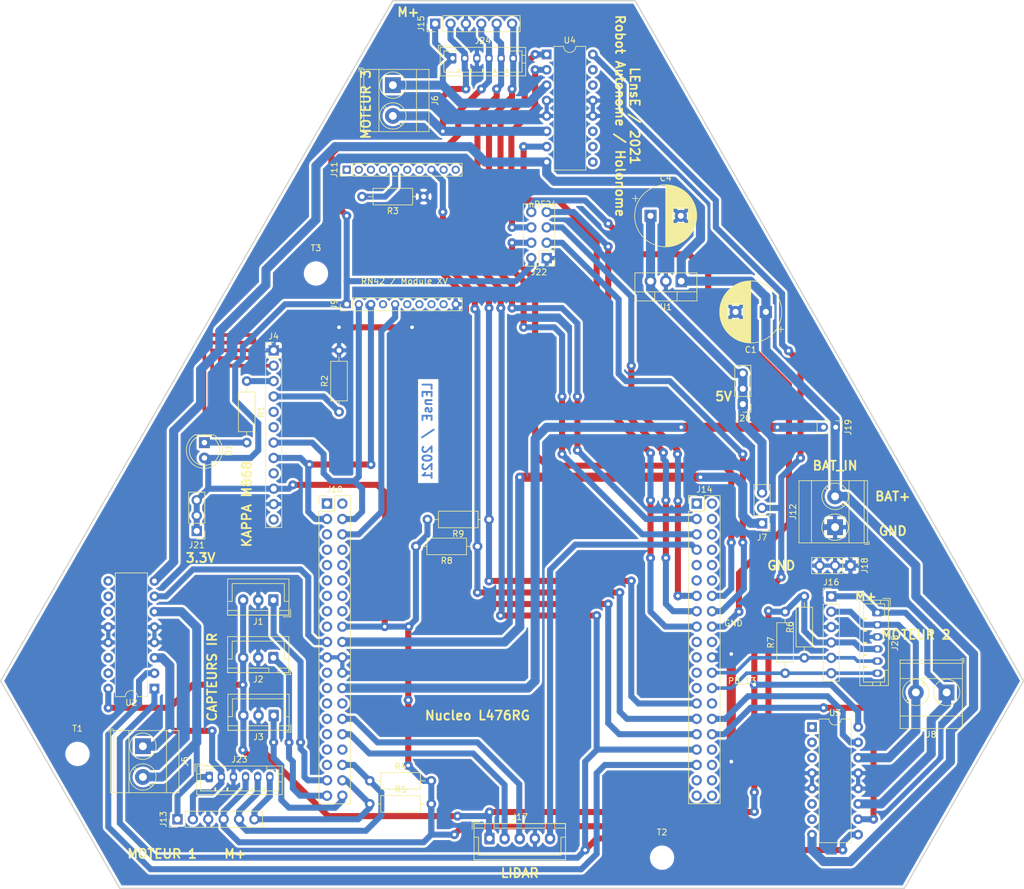
<source format=kicad_pcb>
(kicad_pcb (version 20171130) (host pcbnew "(5.1.6)-1")
  (layers (0 F.Cu signal) (31 B.Cu signal) (34 B.Paste user) (35 F.Paste user) (36 B.SilkS user) (37 F.SilkS user) (38 B.Mask user) (39 F.Mask user) (44 Edge.Cuts user))
  (net 0 "")
  (net 1 5V)
  (net 2 GND)
  (net 3 VCapt1)
  (net 4 VCapt2)
  (net 5 VCapt3)
  (net 6 RX)
  (net 7 TX)
  (net 8 VIN)
  (net 9 3.3V)
  (net 10 5V_REG)
  (net 11 5V_NUC)
  (net 12 "Net-(J9-Pad9)")
  (net 13 "Net-(J9-Pad8)")
  (net 14 "Net-(J9-Pad7)")
  (net 15 "Net-(J9-Pad6)")
  (net 16 RESET_N)
  (net 17 "Net-(J9-Pad4)")
  (net 18 RX_4)
  (net 19 TX_4)
  (net 20 "Net-(J10-Pad28)")
  (net 21 GPIO2_STATUS)
  (net 22 "Net-(J10-Pad14)")
  (net 23 "Net-(J10-Pad13)")
  (net 24 "Net-(J10-Pad12)")
  (net 25 "Net-(J10-Pad11)")
  (net 26 "Net-(J10-Pad10)")
  (net 27 "Net-(J10-Pad9)")
  (net 28 "Net-(J10-Pad8)")
  (net 29 "Net-(J10-Pad7)")
  (net 30 "Net-(J10-Pad5)")
  (net 31 "Net-(J10-Pad2)")
  (net 32 "Net-(J10-Pad1)")
  (net 33 "Net-(J11-Pad1)")
  (net 34 "Net-(J11-Pad2)")
  (net 35 "Net-(J11-Pad3)")
  (net 36 "Net-(J11-Pad4)")
  (net 37 "Net-(J11-Pad5)")
  (net 38 "Net-(J11-Pad6)")
  (net 39 "Net-(J11-Pad7)")
  (net 40 "Net-(J11-Pad9)")
  (net 41 "Net-(J11-Pad10)")
  (net 42 "Net-(J14-Pad1)")
  (net 43 "Net-(J14-Pad2)")
  (net 44 "Net-(J14-Pad6)")
  (net 45 "Net-(J14-Pad8)")
  (net 46 "Net-(J14-Pad9)")
  (net 47 "Net-(J14-Pad10)")
  (net 48 "Net-(J14-Pad20)")
  (net 49 "Net-(J14-Pad23)")
  (net 50 "Net-(J14-Pad25)")
  (net 51 "Net-(J14-Pad28)")
  (net 52 "Net-(J14-Pad34)")
  (net 53 "Net-(J14-Pad36)")
  (net 54 "Net-(J14-Pad37)")
  (net 55 "Net-(J14-Pad38)")
  (net 56 "Net-(J14-Pad39)")
  (net 57 "Net-(J14-Pad40)")
  (net 58 "Net-(J10-Pad35)")
  (net 59 "Net-(J10-Pad33)")
  (net 60 "Net-(J10-Pad31)")
  (net 61 "Net-(J10-Pad29)")
  (net 62 "Net-(J10-Pad25)")
  (net 63 "Net-(J10-Pad23)")
  (net 64 "Net-(J10-Pad16)")
  (net 65 "Net-(J14-Pad12)")
  (net 66 "Net-(J14-Pad21)")
  (net 67 "Net-(J10-Pad17)")
  (net 68 "Net-(J14-Pad4)")
  (net 69 Lidar_MOT)
  (net 70 "Net-(J10-Pad15)")
  (net 71 "Net-(J14-Pad11)")
  (net 72 "Net-(D1-Pad1)")
  (net 73 "Net-(J4-Pad2)")
  (net 74 "Net-(J4-Pad3)")
  (net 75 "Net-(J4-Pad4)")
  (net 76 "Net-(J4-Pad5)")
  (net 77 "Net-(J4-Pad6)")
  (net 78 "Net-(J4-Pad9)")
  (net 79 "Net-(J4-Pad12)")
  (net 80 "Net-(J10-Pad34)")
  (net 81 EnaPower)
  (net 82 "Net-(U2-Pad9)")
  (net 83 Mot1_D1)
  (net 84 "Net-(U2-Pad10)")
  (net 85 "Net-(U2-Pad11)")
  (net 86 "Net-(U2-Pad14)")
  (net 87 Mot1_D2)
  (net 88 "Net-(U2-Pad15)")
  (net 89 Mot2_D1)
  (net 90 Mot2_D2)
  (net 91 "Net-(U4-Pad15)")
  (net 92 Mot3_D2)
  (net 93 "Net-(U4-Pad14)")
  (net 94 "Net-(U4-Pad11)")
  (net 95 "Net-(U4-Pad10)")
  (net 96 Mot3_D1)
  (net 97 "Net-(U4-Pad9)")
  (net 98 "Net-(J10-Pad27)")
  (net 99 "Net-(U3-Pad1)")
  (net 100 "Net-(U3-Pad2)")
  (net 101 "Net-(U3-Pad3)")
  (net 102 "Net-(U3-Pad6)")
  (net 103 "Net-(U3-Pad7)")
  (net 104 M1_1)
  (net 105 M1_2)
  (net 106 M1_A)
  (net 107 M1_B)
  (net 108 M3_2)
  (net 109 M3_1)
  (net 110 M2_1)
  (net 111 M2_2)
  (net 112 M3_B)
  (net 113 M3_A)
  (net 114 M2_A)
  (net 115 M2_B)
  (net 116 nRF_SCK)
  (net 117 nRF_CSN)
  (net 118 nRF_MISO)
  (net 119 nRF_CE)
  (net 120 nRF_MOSI)
  (net 121 nRF_IRQ)
  (net 122 "Net-(J14-Pad19)")
  (net 123 NUC_VIN)
  (module MountingHole:MountingHole_3.2mm_M3 (layer F.Cu) (at 66.675 68.58)
    (fp_text reference T3 (at 0 -4.2) (layer F.SilkS))
    (fp_text value MountingHole_3.2mm_M3)
    (pad 1 np_thru_hole circle (at 0 0) (size 3.2 3.2) (drill 3.2) (layers *.Cu *.Mask))
  )
  (module MountingHole:MountingHole_3.2mm_M3 (layer F.Cu) (at 27.305 147.955)
    (fp_text reference T1 (at 0 -4.2) (layer F.SilkS))
    (fp_text value MountingHole_3.2mm_M3)
    (pad 1 np_thru_hole circle (at 0 0) (size 3.2 3.2) (drill 3.2) (layers *.Cu *.Mask))
  )
  (module Connector_PinHeader_2.54mm:PinHeader_2x20_P2.54mm_Vertical (layer F.Cu) (at 68.500001 106.600001)
    (fp_text reference J10 (at 1.27 -2.33) (layer F.SilkS))
    (fp_text value Morpho_Gauche)
    (pad 40 thru_hole oval (at 2.54 48.26) (size 1.7 1.7) (drill 1) (layers *.Cu *.Mask) (net 5 VCapt3))
    (pad 39 thru_hole oval (at 0 48.26) (size 1.7 1.7) (drill 1) (layers *.Cu *.Mask) (net 4 VCapt2))
    (pad 38 thru_hole oval (at 2.54 45.72) (size 1.7 1.7) (drill 1) (layers *.Cu *.Mask) (net 107 M1_B))
    (pad 37 thru_hole oval (at 0 45.72) (size 1.7 1.7) (drill 1) (layers *.Cu *.Mask) (net 3 VCapt1))
    (pad 36 thru_hole oval (at 2.54 43.18) (size 1.7 1.7) (drill 1) (layers *.Cu *.Mask) (net 106 M1_A))
    (pad 35 thru_hole oval (at 0 43.18) (size 1.7 1.7) (drill 1) (layers *.Cu *.Mask) (net 58 "Net-(J10-Pad35)"))
    (pad 34 thru_hole oval (at 2.54 40.64) (size 1.7 1.7) (drill 1) (layers *.Cu *.Mask) (net 80 "Net-(J10-Pad34)"))
    (pad 33 thru_hole oval (at 0 40.64) (size 1.7 1.7) (drill 1) (layers *.Cu *.Mask) (net 59 "Net-(J10-Pad33)"))
    (pad 32 thru_hole oval (at 2.54 38.1) (size 1.7 1.7) (drill 1) (layers *.Cu *.Mask) (net 18 RX_4))
    (pad 31 thru_hole oval (at 0 38.1) (size 1.7 1.7) (drill 1) (layers *.Cu *.Mask) (net 60 "Net-(J10-Pad31)"))
    (pad 30 thru_hole oval (at 2.54 35.56) (size 1.7 1.7) (drill 1) (layers *.Cu *.Mask) (net 19 TX_4))
    (pad 29 thru_hole oval (at 0 35.56) (size 1.7 1.7) (drill 1) (layers *.Cu *.Mask) (net 61 "Net-(J10-Pad29)"))
    (pad 28 thru_hole oval (at 2.54 33.02) (size 1.7 1.7) (drill 1) (layers *.Cu *.Mask) (net 20 "Net-(J10-Pad28)"))
    (pad 27 thru_hole oval (at 0 33.02) (size 1.7 1.7) (drill 1) (layers *.Cu *.Mask) (net 98 "Net-(J10-Pad27)"))
    (pad 26 thru_hole oval (at 2.54 30.48) (size 1.7 1.7) (drill 1) (layers *.Cu *.Mask) (net 123 NUC_VIN))
    (pad 25 thru_hole oval (at 0 30.48) (size 1.7 1.7) (drill 1) (layers *.Cu *.Mask) (net 62 "Net-(J10-Pad25)"))
    (pad 24 thru_hole oval (at 2.54 27.94) (size 1.7 1.7) (drill 1) (layers *.Cu *.Mask) (net 2 GND))
    (pad 23 thru_hole oval (at 0 27.94) (size 1.7 1.7) (drill 1) (layers *.Cu *.Mask) (net 63 "Net-(J10-Pad23)"))
    (pad 22 thru_hole oval (at 2.54 25.4) (size 1.7 1.7) (drill 1) (layers *.Cu *.Mask) (net 2 GND))
    (pad 21 thru_hole oval (at 0 25.4) (size 1.7 1.7) (drill 1) (layers *.Cu *.Mask) (net 2 GND))
    (pad 20 thru_hole oval (at 2.54 22.86) (size 1.7 1.7) (drill 1) (layers *.Cu *.Mask) (net 11 5V_NUC))
    (pad 19 thru_hole oval (at 0 22.86) (size 1.7 1.7) (drill 1) (layers *.Cu *.Mask) (net 87 Mot1_D2))
    (pad 18 thru_hole oval (at 2.54 20.32) (size 1.7 1.7) (drill 1) (layers *.Cu *.Mask) (net 9 3.3V))
    (pad 17 thru_hole oval (at 0 20.32) (size 1.7 1.7) (drill 1) (layers *.Cu *.Mask) (net 67 "Net-(J10-Pad17)"))
    (pad 16 thru_hole oval (at 2.54 17.78) (size 1.7 1.7) (drill 1) (layers *.Cu *.Mask) (net 64 "Net-(J10-Pad16)"))
    (pad 15 thru_hole oval (at 0 17.78) (size 1.7 1.7) (drill 1) (layers *.Cu *.Mask) (net 70 "Net-(J10-Pad15)"))
    (pad 14 thru_hole oval (at 2.54 15.24) (size 1.7 1.7) (drill 1) (layers *.Cu *.Mask) (net 22 "Net-(J10-Pad14)"))
    (pad 13 thru_hole oval (at 0 15.24) (size 1.7 1.7) (drill 1) (layers *.Cu *.Mask) (net 23 "Net-(J10-Pad13)"))
    (pad 12 thru_hole oval (at 2.54 12.7) (size 1.7 1.7) (drill 1) (layers *.Cu *.Mask) (net 24 "Net-(J10-Pad12)"))
    (pad 11 thru_hole oval (at 0 12.7) (size 1.7 1.7) (drill 1) (layers *.Cu *.Mask) (net 25 "Net-(J10-Pad11)"))
    (pad 10 thru_hole oval (at 2.54 10.16) (size 1.7 1.7) (drill 1) (layers *.Cu *.Mask) (net 26 "Net-(J10-Pad10)"))
    (pad 9 thru_hole oval (at 0 10.16) (size 1.7 1.7) (drill 1) (layers *.Cu *.Mask) (net 27 "Net-(J10-Pad9)"))
    (pad 8 thru_hole oval (at 2.54 7.62) (size 1.7 1.7) (drill 1) (layers *.Cu *.Mask) (net 28 "Net-(J10-Pad8)"))
    (pad 7 thru_hole oval (at 0 7.62) (size 1.7 1.7) (drill 1) (layers *.Cu *.Mask) (net 29 "Net-(J10-Pad7)"))
    (pad 6 thru_hole oval (at 2.54 5.08) (size 1.7 1.7) (drill 1) (layers *.Cu *.Mask) (net 16 RESET_N))
    (pad 5 thru_hole oval (at 0 5.08) (size 1.7 1.7) (drill 1) (layers *.Cu *.Mask) (net 30 "Net-(J10-Pad5)"))
    (pad 4 thru_hole oval (at 2.54 2.54) (size 1.7 1.7) (drill 1) (layers *.Cu *.Mask) (net 6 RX))
    (pad 3 thru_hole oval (at 0 2.54) (size 1.7 1.7) (drill 1) (layers *.Cu *.Mask) (net 7 TX))
    (pad 2 thru_hole oval (at 2.54 0) (size 1.7 1.7) (drill 1) (layers *.Cu *.Mask) (net 31 "Net-(J10-Pad2)"))
    (pad 1 thru_hole rect (at 0 0) (size 1.7 1.7) (drill 1) (layers *.Cu *.Mask) (net 32 "Net-(J10-Pad1)"))
  )
  (module Connector_PinHeader_2.54mm:PinHeader_2x20_P2.54mm_Vertical (layer F.Cu) (at 129.54 106.600001)
    (fp_text reference J14 (at 1.27 -2.33) (layer F.SilkS))
    (fp_text value Morpho_Droite)
    (pad 1 thru_hole rect (at 0 0) (size 1.7 1.7) (drill 1) (layers *.Cu *.Mask) (net 42 "Net-(J14-Pad1)"))
    (pad 2 thru_hole oval (at 2.54 0) (size 1.7 1.7) (drill 1) (layers *.Cu *.Mask) (net 43 "Net-(J14-Pad2)"))
    (pad 3 thru_hole oval (at 0 2.54) (size 1.7 1.7) (drill 1) (layers *.Cu *.Mask) (net 96 Mot3_D1))
    (pad 4 thru_hole oval (at 2.54 2.54) (size 1.7 1.7) (drill 1) (layers *.Cu *.Mask) (net 68 "Net-(J14-Pad4)"))
    (pad 5 thru_hole oval (at 0 5.08) (size 1.7 1.7) (drill 1) (layers *.Cu *.Mask) (net 92 Mot3_D2))
    (pad 6 thru_hole oval (at 2.54 5.08) (size 1.7 1.7) (drill 1) (layers *.Cu *.Mask) (net 44 "Net-(J14-Pad6)"))
    (pad 7 thru_hole oval (at 0 7.62) (size 1.7 1.7) (drill 1) (layers *.Cu *.Mask) (net 69 Lidar_MOT))
    (pad 8 thru_hole oval (at 2.54 7.62) (size 1.7 1.7) (drill 1) (layers *.Cu *.Mask) (net 45 "Net-(J14-Pad8)"))
    (pad 9 thru_hole oval (at 0 10.16) (size 1.7 1.7) (drill 1) (layers *.Cu *.Mask) (net 46 "Net-(J14-Pad9)"))
    (pad 10 thru_hole oval (at 2.54 10.16) (size 1.7 1.7) (drill 1) (layers *.Cu *.Mask) (net 47 "Net-(J14-Pad10)"))
    (pad 11 thru_hole oval (at 0 12.7) (size 1.7 1.7) (drill 1) (layers *.Cu *.Mask) (net 71 "Net-(J14-Pad11)"))
    (pad 12 thru_hole oval (at 2.54 12.7) (size 1.7 1.7) (drill 1) (layers *.Cu *.Mask) (net 65 "Net-(J14-Pad12)"))
    (pad 13 thru_hole oval (at 0 15.24) (size 1.7 1.7) (drill 1) (layers *.Cu *.Mask) (net 116 nRF_SCK))
    (pad 14 thru_hole oval (at 2.54 15.24) (size 1.7 1.7) (drill 1) (layers *.Cu *.Mask) (net 117 nRF_CSN))
    (pad 15 thru_hole oval (at 0 17.78) (size 1.7 1.7) (drill 1) (layers *.Cu *.Mask) (net 118 nRF_MISO))
    (pad 16 thru_hole oval (at 2.54 17.78) (size 1.7 1.7) (drill 1) (layers *.Cu *.Mask) (net 119 nRF_CE))
    (pad 17 thru_hole oval (at 0 20.32) (size 1.7 1.7) (drill 1) (layers *.Cu *.Mask) (net 120 nRF_MOSI))
    (pad 18 thru_hole oval (at 2.54 20.32) (size 1.7 1.7) (drill 1) (layers *.Cu *.Mask) (net 121 nRF_IRQ))
    (pad 19 thru_hole oval (at 0 22.86) (size 1.7 1.7) (drill 1) (layers *.Cu *.Mask) (net 122 "Net-(J14-Pad19)"))
    (pad 20 thru_hole oval (at 2.54 22.86) (size 1.7 1.7) (drill 1) (layers *.Cu *.Mask) (net 48 "Net-(J14-Pad20)"))
    (pad 21 thru_hole oval (at 0 25.4) (size 1.7 1.7) (drill 1) (layers *.Cu *.Mask) (net 66 "Net-(J14-Pad21)"))
    (pad 22 thru_hole oval (at 2.54 25.4) (size 1.7 1.7) (drill 1) (layers *.Cu *.Mask) (net 2 GND))
    (pad 23 thru_hole oval (at 0 27.94) (size 1.7 1.7) (drill 1) (layers *.Cu *.Mask) (net 49 "Net-(J14-Pad23)"))
    (pad 24 thru_hole oval (at 2.54 27.94) (size 1.7 1.7) (drill 1) (layers *.Cu *.Mask) (net 114 M2_A))
    (pad 25 thru_hole oval (at 0 30.48) (size 1.7 1.7) (drill 1) (layers *.Cu *.Mask) (net 50 "Net-(J14-Pad25)"))
    (pad 26 thru_hole oval (at 2.54 30.48) (size 1.7 1.7) (drill 1) (layers *.Cu *.Mask) (net 115 M2_B))
    (pad 27 thru_hole oval (at 0 33.02) (size 1.7 1.7) (drill 1) (layers *.Cu *.Mask) (net 112 M3_B))
    (pad 28 thru_hole oval (at 2.54 33.02) (size 1.7 1.7) (drill 1) (layers *.Cu *.Mask) (net 51 "Net-(J14-Pad28)"))
    (pad 29 thru_hole oval (at 0 35.56) (size 1.7 1.7) (drill 1) (layers *.Cu *.Mask) (net 113 M3_A))
    (pad 30 thru_hole oval (at 2.54 35.56) (size 1.7 1.7) (drill 1) (layers *.Cu *.Mask) (net 89 Mot2_D1))
    (pad 31 thru_hole oval (at 0 38.1) (size 1.7 1.7) (drill 1) (layers *.Cu *.Mask) (net 21 GPIO2_STATUS))
    (pad 32 thru_hole oval (at 2.54 38.1) (size 1.7 1.7) (drill 1) (layers *.Cu *.Mask) (net 90 Mot2_D2))
    (pad 33 thru_hole oval (at 0 40.64) (size 1.7 1.7) (drill 1) (layers *.Cu *.Mask) (net 81 EnaPower))
    (pad 34 thru_hole oval (at 2.54 40.64) (size 1.7 1.7) (drill 1) (layers *.Cu *.Mask) (net 52 "Net-(J14-Pad34)"))
    (pad 35 thru_hole oval (at 0 43.18) (size 1.7 1.7) (drill 1) (layers *.Cu *.Mask) (net 83 Mot1_D1))
    (pad 36 thru_hole oval (at 2.54 43.18) (size 1.7 1.7) (drill 1) (layers *.Cu *.Mask) (net 53 "Net-(J14-Pad36)"))
    (pad 37 thru_hole oval (at 0 45.72) (size 1.7 1.7) (drill 1) (layers *.Cu *.Mask) (net 54 "Net-(J14-Pad37)"))
    (pad 38 thru_hole oval (at 2.54 45.72) (size 1.7 1.7) (drill 1) (layers *.Cu *.Mask) (net 55 "Net-(J14-Pad38)"))
    (pad 39 thru_hole oval (at 0 48.26) (size 1.7 1.7) (drill 1) (layers *.Cu *.Mask) (net 56 "Net-(J14-Pad39)"))
    (pad 40 thru_hole oval (at 2.54 48.26) (size 1.7 1.7) (drill 1) (layers *.Cu *.Mask) (net 57 "Net-(J14-Pad40)"))
  )
  (module Connector_PinHeader_2.00mm:PinHeader_1x10_P2.00mm_Vertical (layer F.Cu) (at 71.755 73.66 90)
    (fp_text reference J9 (at 0 -2.06 90) (layer F.SilkS))
    (fp_text value RN42X-GAUCHE)
    (pad 1 thru_hole rect (at 0 0 90) (size 1.35 1.35) (drill 0.8) (layers *.Cu *.Mask) (net 9 3.3V))
    (pad 2 thru_hole oval (at 0 2 90) (size 1.35 1.35) (drill 0.8) (layers *.Cu *.Mask) (net 6 RX))
    (pad 3 thru_hole oval (at 0 4 90) (size 1.35 1.35) (drill 0.8) (layers *.Cu *.Mask) (net 7 TX))
    (pad 4 thru_hole oval (at 0 6 90) (size 1.35 1.35) (drill 0.8) (layers *.Cu *.Mask) (net 17 "Net-(J9-Pad4)"))
    (pad 5 thru_hole oval (at 0 8 90) (size 1.35 1.35) (drill 0.8) (layers *.Cu *.Mask) (net 16 RESET_N))
    (pad 6 thru_hole oval (at 0 10 90) (size 1.35 1.35) (drill 0.8) (layers *.Cu *.Mask) (net 15 "Net-(J9-Pad6)"))
    (pad 7 thru_hole oval (at 0 12 90) (size 1.35 1.35) (drill 0.8) (layers *.Cu *.Mask) (net 14 "Net-(J9-Pad7)"))
    (pad 8 thru_hole oval (at 0 14 90) (size 1.35 1.35) (drill 0.8) (layers *.Cu *.Mask) (net 13 "Net-(J9-Pad8)"))
    (pad 9 thru_hole oval (at 0 16 90) (size 1.35 1.35) (drill 0.8) (layers *.Cu *.Mask) (net 12 "Net-(J9-Pad9)"))
    (pad 10 thru_hole oval (at 0 18 90) (size 1.35 1.35) (drill 0.8) (layers *.Cu *.Mask) (net 2 GND))
  )
  (module Connector_PinHeader_2.00mm:PinHeader_1x10_P2.00mm_Vertical (layer F.Cu) (at 71.755 51.435 90)
    (fp_text reference J11 (at 0 -2.06 90) (layer F.SilkS))
    (fp_text value RN42X-DROITE)
    (pad 10 thru_hole oval (at 0 18 90) (size 1.35 1.35) (drill 0.8) (layers *.Cu *.Mask) (net 41 "Net-(J11-Pad10)"))
    (pad 9 thru_hole oval (at 0 16 90) (size 1.35 1.35) (drill 0.8) (layers *.Cu *.Mask) (net 40 "Net-(J11-Pad9)"))
    (pad 8 thru_hole oval (at 0 14 90) (size 1.35 1.35) (drill 0.8) (layers *.Cu *.Mask) (net 21 GPIO2_STATUS))
    (pad 7 thru_hole oval (at 0 12 90) (size 1.35 1.35) (drill 0.8) (layers *.Cu *.Mask) (net 39 "Net-(J11-Pad7)"))
    (pad 6 thru_hole oval (at 0 10 90) (size 1.35 1.35) (drill 0.8) (layers *.Cu *.Mask) (net 38 "Net-(J11-Pad6)"))
    (pad 5 thru_hole oval (at 0 8 90) (size 1.35 1.35) (drill 0.8) (layers *.Cu *.Mask) (net 37 "Net-(J11-Pad5)"))
    (pad 4 thru_hole oval (at 0 6 90) (size 1.35 1.35) (drill 0.8) (layers *.Cu *.Mask) (net 36 "Net-(J11-Pad4)"))
    (pad 3 thru_hole oval (at 0 4 90) (size 1.35 1.35) (drill 0.8) (layers *.Cu *.Mask) (net 35 "Net-(J11-Pad3)"))
    (pad 2 thru_hole oval (at 0 2 90) (size 1.35 1.35) (drill 0.8) (layers *.Cu *.Mask) (net 34 "Net-(J11-Pad2)"))
    (pad 1 thru_hole rect (at 0 0 90) (size 1.35 1.35) (drill 0.8) (layers *.Cu *.Mask) (net 33 "Net-(J11-Pad1)"))
  )
  (module Capacitor_THT:CP_Radial_D10.0mm_P5.00mm (layer F.Cu) (at 140.97 74.93 180)
    (fp_text reference C1 (at 2.5 -6.25 180) (layer F.SilkS))
    (fp_text value 10uF)
    (pad 2 thru_hole circle (at 5 0 180) (size 2 2) (drill 1) (layers *.Cu *.Mask) (net 2 GND))
    (pad 1 thru_hole rect (at 0 0 180) (size 2 2) (drill 1) (layers *.Cu *.Mask) (net 8 VIN))
  )
  (module Capacitor_THT:CP_Radial_D10.0mm_P5.00mm (layer F.Cu) (at 121.92 59.055)
    (fp_text reference C4 (at 2.5 -6.25) (layer F.SilkS))
    (fp_text value 10uF)
    (pad 1 thru_hole rect (at 0 0) (size 2 2) (drill 1) (layers *.Cu *.Mask) (net 10 5V_REG))
    (pad 2 thru_hole circle (at 5 0) (size 2 2) (drill 1) (layers *.Cu *.Mask) (net 2 GND))
  )
  (module LED_THT:LED_D5.0mm_Clear (layer F.Cu) (at 48.26 96.52 270)
    (fp_text reference D1 (at 1.27 -3.96 270) (layer F.SilkS))
    (fp_text value LED)
    (pad 1 thru_hole rect (at 0 0 270) (size 1.8 1.8) (drill 0.9) (layers *.Cu *.Mask) (net 72 "Net-(D1-Pad1)"))
    (pad 2 thru_hole circle (at 2.54 0 270) (size 1.8 1.8) (drill 0.9) (layers *.Cu *.Mask) (net 9 3.3V))
  )
  (module Connector_PinHeader_2.54mm:PinHeader_1x12_P2.54mm_Vertical (layer F.Cu) (at 59.69 81.28)
    (fp_text reference J4 (at 0 -2.33) (layer F.SilkS))
    (fp_text value Kappa_M868)
    (pad 1 thru_hole rect (at 0 0) (size 1.7 1.7) (drill 1) (layers *.Cu *.Mask) (net 2 GND))
    (pad 2 thru_hole oval (at 0 2.54) (size 1.7 1.7) (drill 1) (layers *.Cu *.Mask) (net 73 "Net-(J4-Pad2)"))
    (pad 3 thru_hole oval (at 0 5.08) (size 1.7 1.7) (drill 1) (layers *.Cu *.Mask) (net 74 "Net-(J4-Pad3)"))
    (pad 4 thru_hole oval (at 0 7.62) (size 1.7 1.7) (drill 1) (layers *.Cu *.Mask) (net 75 "Net-(J4-Pad4)"))
    (pad 5 thru_hole oval (at 0 10.16) (size 1.7 1.7) (drill 1) (layers *.Cu *.Mask) (net 76 "Net-(J4-Pad5)"))
    (pad 6 thru_hole oval (at 0 12.7) (size 1.7 1.7) (drill 1) (layers *.Cu *.Mask) (net 77 "Net-(J4-Pad6)"))
    (pad 7 thru_hole oval (at 0 15.24) (size 1.7 1.7) (drill 1) (layers *.Cu *.Mask) (net 6 RX))
    (pad 8 thru_hole oval (at 0 17.78) (size 1.7 1.7) (drill 1) (layers *.Cu *.Mask) (net 7 TX))
    (pad 9 thru_hole oval (at 0 20.32) (size 1.7 1.7) (drill 1) (layers *.Cu *.Mask) (net 78 "Net-(J4-Pad9)"))
    (pad 10 thru_hole oval (at 0 22.86) (size 1.7 1.7) (drill 1) (layers *.Cu *.Mask) (net 9 3.3V))
    (pad 11 thru_hole oval (at 0 25.4) (size 1.7 1.7) (drill 1) (layers *.Cu *.Mask) (net 2 GND))
    (pad 12 thru_hole oval (at 0 27.94) (size 1.7 1.7) (drill 1) (layers *.Cu *.Mask) (net 79 "Net-(J4-Pad12)"))
  )
  (module TerminalBlock_Phoenix:TerminalBlock_Phoenix_MKDS-3-2-5.08_1x02_P5.08mm_Horizontal (layer F.Cu) (at 38.1 146.685 270)
    (fp_text reference J5 (at 2.54 -6.96 270) (layer F.SilkS))
    (fp_text value MOT_1)
    (pad 1 thru_hole rect (at 0 0 270) (size 2.6 2.6) (drill 1.3) (layers *.Cu *.Mask) (net 104 M1_1))
    (pad 2 thru_hole circle (at 5.08 0 270) (size 2.6 2.6) (drill 1.3) (layers *.Cu *.Mask) (net 105 M1_2))
  )
  (module TerminalBlock_Phoenix:TerminalBlock_Phoenix_MKDS-3-2-5.08_1x02_P5.08mm_Horizontal (layer F.Cu) (at 79.375 37.465 270)
    (fp_text reference J6 (at 2.54 -6.96 270) (layer F.SilkS))
    (fp_text value MOT_3)
    (pad 1 thru_hole rect (at 0 0 270) (size 2.6 2.6) (drill 1.3) (layers *.Cu *.Mask) (net 108 M3_2))
    (pad 2 thru_hole circle (at 5.08 0 270) (size 2.6 2.6) (drill 1.3) (layers *.Cu *.Mask) (net 109 M3_1))
  )
  (module Connector_PinHeader_2.54mm:PinHeader_1x03_P2.54mm_Vertical (layer F.Cu) (at 140.335 109.855 180)
    (fp_text reference J7 (at 0 -2.33 180) (layer F.SilkS))
    (fp_text value 5V_Select)
    (pad 3 thru_hole oval (at 0 5.08 180) (size 1.7 1.7) (drill 1) (layers *.Cu *.Mask) (net 10 5V_REG))
    (pad 2 thru_hole oval (at 0 2.54 180) (size 1.7 1.7) (drill 1) (layers *.Cu *.Mask) (net 1 5V))
    (pad 1 thru_hole rect (at 0 0 180) (size 1.7 1.7) (drill 1) (layers *.Cu *.Mask) (net 11 5V_NUC))
  )
  (module TerminalBlock_Phoenix:TerminalBlock_Phoenix_MKDS-3-2-5.08_1x02_P5.08mm_Horizontal (layer F.Cu) (at 170.815 137.795 180)
    (fp_text reference J8 (at 2.54 -6.96 180) (layer F.SilkS))
    (fp_text value MOT_2)
    (pad 2 thru_hole circle (at 5.08 0 180) (size 2.6 2.6) (drill 1.3) (layers *.Cu *.Mask) (net 110 M2_1))
    (pad 1 thru_hole rect (at 0 0 180) (size 2.6 2.6) (drill 1.3) (layers *.Cu *.Mask) (net 111 M2_2))
  )
  (module TerminalBlock_Phoenix:TerminalBlock_Phoenix_MKDS-3-2-5.08_1x02_P5.08mm_Horizontal (layer F.Cu) (at 152.4 110.49 90)
    (fp_text reference J12 (at 2.54 -6.96 90) (layer F.SilkS))
    (fp_text value BAT_IN)
    (pad 2 thru_hole circle (at 5.08 0 90) (size 2.6 2.6) (drill 1.3) (layers *.Cu *.Mask) (net 8 VIN))
    (pad 1 thru_hole rect (at 0 0 90) (size 2.6 2.6) (drill 1.3) (layers *.Cu *.Mask) (net 2 GND))
  )
  (module Connector_PinHeader_2.54mm:PinHeader_1x03_P2.54mm_Vertical (layer F.Cu) (at 154.94 116.84 270)
    (fp_text reference J18 (at 0 -2.33 270) (layer F.SilkS))
    (fp_text value GND_reg)
    (pad 1 thru_hole rect (at 0 0 270) (size 1.7 1.7) (drill 1) (layers *.Cu *.Mask) (net 2 GND))
    (pad 2 thru_hole oval (at 0 2.54 270) (size 1.7 1.7) (drill 1) (layers *.Cu *.Mask) (net 2 GND))
    (pad 3 thru_hole oval (at 0 5.08 270) (size 1.7 1.7) (drill 1) (layers *.Cu *.Mask) (net 2 GND))
  )
  (module Connector_PinHeader_2.00mm:PinHeader_1x02_P2.00mm_Vertical (layer F.Cu) (at 152.495 93.98 270)
    (fp_text reference J19 (at 0 -2.06 270) (layer F.SilkS))
    (fp_text value ExternalPower)
    (pad 1 thru_hole rect (at 0 0 270) (size 1.35 1.35) (drill 0.8) (layers *.Cu *.Mask) (net 8 VIN))
    (pad 2 thru_hole oval (at 0 2 270) (size 1.35 1.35) (drill 0.8) (layers *.Cu *.Mask) (net 123 NUC_VIN))
  )
  (module Connector_PinHeader_2.54mm:PinHeader_1x03_P2.54mm_Vertical (layer F.Cu) (at 137.16 90.17 180)
    (fp_text reference J20 (at 0 -2.33) (layer F.SilkS))
    (fp_text value 5V_reg)
    (pad 1 thru_hole rect (at 0 0 180) (size 1.7 1.7) (drill 1) (layers *.Cu *.Mask) (net 10 5V_REG))
    (pad 2 thru_hole oval (at 0 2.54 180) (size 1.7 1.7) (drill 1) (layers *.Cu *.Mask) (net 10 5V_REG))
    (pad 3 thru_hole oval (at 0 5.08 180) (size 1.7 1.7) (drill 1) (layers *.Cu *.Mask) (net 10 5V_REG))
  )
  (module Connector_PinHeader_2.54mm:PinHeader_1x03_P2.54mm_Vertical (layer F.Cu) (at 46.99 111.125 180)
    (fp_text reference J21 (at 0 -2.33 180) (layer F.SilkS))
    (fp_text value 3.3V_reg)
    (pad 3 thru_hole oval (at 0 5.08 180) (size 1.7 1.7) (drill 1) (layers *.Cu *.Mask) (net 9 3.3V))
    (pad 2 thru_hole oval (at 0 2.54 180) (size 1.7 1.7) (drill 1) (layers *.Cu *.Mask) (net 9 3.3V))
    (pad 1 thru_hole rect (at 0 0 180) (size 1.7 1.7) (drill 1) (layers *.Cu *.Mask) (net 9 3.3V))
  )
  (module Resistor_THT:R_Axial_DIN0207_L6.3mm_D2.5mm_P10.16mm_Horizontal (layer F.Cu) (at 55.245 86.36 270)
    (fp_text reference R1 (at 5.08 -2.37 270) (layer F.SilkS))
    (fp_text value 120)
    (pad 1 thru_hole circle (at 0 0 270) (size 1.6 1.6) (drill 0.8) (layers *.Cu *.Mask) (net 74 "Net-(J4-Pad3)"))
    (pad 2 thru_hole oval (at 10.16 0 270) (size 1.6 1.6) (drill 0.8) (layers *.Cu *.Mask) (net 72 "Net-(D1-Pad1)"))
  )
  (module Resistor_THT:R_Axial_DIN0207_L6.3mm_D2.5mm_P10.16mm_Horizontal (layer F.Cu) (at 70.485 91.44 90)
    (fp_text reference R2 (at 5.08 -2.37 90) (layer F.SilkS))
    (fp_text value 8.2k)
    (pad 2 thru_hole oval (at 10.16 0 90) (size 1.6 1.6) (drill 0.8) (layers *.Cu *.Mask) (net 2 GND))
    (pad 1 thru_hole circle (at 0 0 90) (size 1.6 1.6) (drill 0.8) (layers *.Cu *.Mask) (net 75 "Net-(J4-Pad4)"))
  )
  (module Package_DIP:DIP-16_W7.62mm (layer F.Cu) (at 40.005 137.16 180)
    (fp_text reference U2 (at 3.81 -2.33 180) (layer F.SilkS))
    (fp_text value L293D)
    (pad 1 thru_hole rect (at 0 0 180) (size 1.6 1.6) (drill 0.8) (layers *.Cu *.Mask) (net 81 EnaPower))
    (pad 9 thru_hole oval (at 7.62 17.78 180) (size 1.6 1.6) (drill 0.8) (layers *.Cu *.Mask) (net 82 "Net-(U2-Pad9)"))
    (pad 2 thru_hole oval (at 0 2.54 180) (size 1.6 1.6) (drill 0.8) (layers *.Cu *.Mask) (net 83 Mot1_D1))
    (pad 10 thru_hole oval (at 7.62 15.24 180) (size 1.6 1.6) (drill 0.8) (layers *.Cu *.Mask) (net 84 "Net-(U2-Pad10)"))
    (pad 3 thru_hole oval (at 0 5.08 180) (size 1.6 1.6) (drill 0.8) (layers *.Cu *.Mask) (net 104 M1_1))
    (pad 11 thru_hole oval (at 7.62 12.7 180) (size 1.6 1.6) (drill 0.8) (layers *.Cu *.Mask) (net 85 "Net-(U2-Pad11)"))
    (pad 4 thru_hole oval (at 0 7.62 180) (size 1.6 1.6) (drill 0.8) (layers *.Cu *.Mask) (net 2 GND))
    (pad 12 thru_hole oval (at 7.62 10.16 180) (size 1.6 1.6) (drill 0.8) (layers *.Cu *.Mask) (net 2 GND))
    (pad 5 thru_hole oval (at 0 10.16 180) (size 1.6 1.6) (drill 0.8) (layers *.Cu *.Mask) (net 2 GND))
    (pad 13 thru_hole oval (at 7.62 7.62 180) (size 1.6 1.6) (drill 0.8) (layers *.Cu *.Mask) (net 2 GND))
    (pad 6 thru_hole oval (at 0 12.7 180) (size 1.6 1.6) (drill 0.8) (layers *.Cu *.Mask) (net 105 M1_2))
    (pad 14 thru_hole oval (at 7.62 5.08 180) (size 1.6 1.6) (drill 0.8) (layers *.Cu *.Mask) (net 86 "Net-(U2-Pad14)"))
    (pad 7 thru_hole oval (at 0 15.24 180) (size 1.6 1.6) (drill 0.8) (layers *.Cu *.Mask) (net 87 Mot1_D2))
    (pad 15 thru_hole oval (at 7.62 2.54 180) (size 1.6 1.6) (drill 0.8) (layers *.Cu *.Mask) (net 88 "Net-(U2-Pad15)"))
    (pad 8 thru_hole oval (at 0 17.78 180) (size 1.6 1.6) (drill 0.8) (layers *.Cu *.Mask) (net 8 VIN))
    (pad 16 thru_hole oval (at 7.62 0 180) (size 1.6 1.6) (drill 0.8) (layers *.Cu *.Mask) (net 1 5V))
  )
  (module Package_DIP:DIP-16_W7.62mm (layer F.Cu) (at 148.59 143.51)
    (fp_text reference U3 (at 3.81 -2.33) (layer F.SilkS))
    (fp_text value L293D)
    (pad 1 thru_hole rect (at 0 0) (size 1.6 1.6) (drill 0.8) (layers *.Cu *.Mask) (net 99 "Net-(U3-Pad1)"))
    (pad 9 thru_hole oval (at 7.62 17.78) (size 1.6 1.6) (drill 0.8) (layers *.Cu *.Mask) (net 81 EnaPower))
    (pad 2 thru_hole oval (at 0 2.54) (size 1.6 1.6) (drill 0.8) (layers *.Cu *.Mask) (net 100 "Net-(U3-Pad2)"))
    (pad 10 thru_hole oval (at 7.62 15.24) (size 1.6 1.6) (drill 0.8) (layers *.Cu *.Mask) (net 90 Mot2_D2))
    (pad 3 thru_hole oval (at 0 5.08) (size 1.6 1.6) (drill 0.8) (layers *.Cu *.Mask) (net 101 "Net-(U3-Pad3)"))
    (pad 11 thru_hole oval (at 7.62 12.7) (size 1.6 1.6) (drill 0.8) (layers *.Cu *.Mask) (net 111 M2_2))
    (pad 4 thru_hole oval (at 0 7.62) (size 1.6 1.6) (drill 0.8) (layers *.Cu *.Mask) (net 2 GND))
    (pad 12 thru_hole oval (at 7.62 10.16) (size 1.6 1.6) (drill 0.8) (layers *.Cu *.Mask) (net 2 GND))
    (pad 5 thru_hole oval (at 0 10.16) (size 1.6 1.6) (drill 0.8) (layers *.Cu *.Mask) (net 2 GND))
    (pad 13 thru_hole oval (at 7.62 7.62) (size 1.6 1.6) (drill 0.8) (layers *.Cu *.Mask) (net 2 GND))
    (pad 6 thru_hole oval (at 0 12.7) (size 1.6 1.6) (drill 0.8) (layers *.Cu *.Mask) (net 102 "Net-(U3-Pad6)"))
    (pad 14 thru_hole oval (at 7.62 5.08) (size 1.6 1.6) (drill 0.8) (layers *.Cu *.Mask) (net 110 M2_1))
    (pad 7 thru_hole oval (at 0 15.24) (size 1.6 1.6) (drill 0.8) (layers *.Cu *.Mask) (net 103 "Net-(U3-Pad7)"))
    (pad 15 thru_hole oval (at 7.62 2.54) (size 1.6 1.6) (drill 0.8) (layers *.Cu *.Mask) (net 89 Mot2_D1))
    (pad 8 thru_hole oval (at 0 17.78) (size 1.6 1.6) (drill 0.8) (layers *.Cu *.Mask) (net 8 VIN))
    (pad 16 thru_hole oval (at 7.62 0) (size 1.6 1.6) (drill 0.8) (layers *.Cu *.Mask) (net 1 5V))
  )
  (module Package_DIP:DIP-16_W7.62mm (layer F.Cu) (at 104.775 32.385)
    (fp_text reference U4 (at 3.81 -2.33) (layer F.SilkS))
    (fp_text value L293D)
    (pad 16 thru_hole oval (at 7.62 0) (size 1.6 1.6) (drill 0.8) (layers *.Cu *.Mask) (net 1 5V))
    (pad 8 thru_hole oval (at 0 17.78) (size 1.6 1.6) (drill 0.8) (layers *.Cu *.Mask) (net 8 VIN))
    (pad 15 thru_hole oval (at 7.62 2.54) (size 1.6 1.6) (drill 0.8) (layers *.Cu *.Mask) (net 91 "Net-(U4-Pad15)"))
    (pad 7 thru_hole oval (at 0 15.24) (size 1.6 1.6) (drill 0.8) (layers *.Cu *.Mask) (net 92 Mot3_D2))
    (pad 14 thru_hole oval (at 7.62 5.08) (size 1.6 1.6) (drill 0.8) (layers *.Cu *.Mask) (net 93 "Net-(U4-Pad14)"))
    (pad 6 thru_hole oval (at 0 12.7) (size 1.6 1.6) (drill 0.8) (layers *.Cu *.Mask) (net 109 M3_1))
    (pad 13 thru_hole oval (at 7.62 7.62) (size 1.6 1.6) (drill 0.8) (layers *.Cu *.Mask) (net 2 GND))
    (pad 5 thru_hole oval (at 0 10.16) (size 1.6 1.6) (drill 0.8) (layers *.Cu *.Mask) (net 2 GND))
    (pad 12 thru_hole oval (at 7.62 10.16) (size 1.6 1.6) (drill 0.8) (layers *.Cu *.Mask) (net 2 GND))
    (pad 4 thru_hole oval (at 0 7.62) (size 1.6 1.6) (drill 0.8) (layers *.Cu *.Mask) (net 2 GND))
    (pad 11 thru_hole oval (at 7.62 12.7) (size 1.6 1.6) (drill 0.8) (layers *.Cu *.Mask) (net 94 "Net-(U4-Pad11)"))
    (pad 3 thru_hole oval (at 0 5.08) (size 1.6 1.6) (drill 0.8) (layers *.Cu *.Mask) (net 108 M3_2))
    (pad 10 thru_hole oval (at 7.62 15.24) (size 1.6 1.6) (drill 0.8) (layers *.Cu *.Mask) (net 95 "Net-(U4-Pad10)"))
    (pad 2 thru_hole oval (at 0 2.54) (size 1.6 1.6) (drill 0.8) (layers *.Cu *.Mask) (net 96 Mot3_D1))
    (pad 9 thru_hole oval (at 7.62 17.78) (size 1.6 1.6) (drill 0.8) (layers *.Cu *.Mask) (net 97 "Net-(U4-Pad9)"))
    (pad 1 thru_hole rect (at 0 0) (size 1.6 1.6) (drill 0.8) (layers *.Cu *.Mask) (net 81 EnaPower))
  )
  (module Connector_JST:JST_XH_B03B-XH-A_1x03_P2.50mm_Vertical (layer F.Cu) (at 59.65 122.555 180)
    (fp_text reference J1 (at 2.5 -3.55 180) (layer F.SilkS))
    (fp_text value Capt1)
    (pad 1 thru_hole roundrect (at 0 0 180) (size 1.7 1.95) (drill 0.95) (layers *.Cu *.Mask) (roundrect_rratio 0.147059) (net 3 VCapt1))
    (pad 2 thru_hole oval (at 2.5 0 180) (size 1.7 1.95) (drill 0.95) (layers *.Cu *.Mask) (net 2 GND))
    (pad 3 thru_hole oval (at 5 0 180) (size 1.7 1.95) (drill 0.95) (layers *.Cu *.Mask) (net 1 5V))
  )
  (module Connector_JST:JST_XH_B03B-XH-A_1x03_P2.50mm_Vertical (layer F.Cu) (at 59.65 132.08 180)
    (fp_text reference J2 (at 2.5 -3.55 180) (layer F.SilkS))
    (fp_text value Capt2)
    (pad 1 thru_hole roundrect (at 0 0 180) (size 1.7 1.95) (drill 0.95) (layers *.Cu *.Mask) (roundrect_rratio 0.147059) (net 4 VCapt2))
    (pad 2 thru_hole oval (at 2.5 0 180) (size 1.7 1.95) (drill 0.95) (layers *.Cu *.Mask) (net 2 GND))
    (pad 3 thru_hole oval (at 5 0 180) (size 1.7 1.95) (drill 0.95) (layers *.Cu *.Mask) (net 1 5V))
  )
  (module Connector_JST:JST_XH_B03B-XH-A_1x03_P2.50mm_Vertical (layer F.Cu) (at 59.69 141.605 180)
    (fp_text reference J3 (at 2.5 -3.55 180) (layer F.SilkS))
    (fp_text value Capt3)
    (pad 3 thru_hole oval (at 5 0 180) (size 1.7 1.95) (drill 0.95) (layers *.Cu *.Mask) (net 1 5V))
    (pad 2 thru_hole oval (at 2.5 0 180) (size 1.7 1.95) (drill 0.95) (layers *.Cu *.Mask) (net 2 GND))
    (pad 1 thru_hole roundrect (at 0 0 180) (size 1.7 1.95) (drill 0.95) (layers *.Cu *.Mask) (roundrect_rratio 0.147059) (net 5 VCapt3))
  )
  (module Connector_JST:JST_XH_B05B-XH-A_1x05_P2.50mm_Vertical (layer F.Cu) (at 95.33 161.925)
    (fp_text reference J17 (at 5 -3.55) (layer F.SilkS))
    (fp_text value RPLidar)
    (pad 1 thru_hole roundrect (at 0 0) (size 1.7 1.95) (drill 0.95) (layers *.Cu *.Mask) (roundrect_rratio 0.147059) (net 1 5V))
    (pad 2 thru_hole oval (at 2.5 0) (size 1.7 1.95) (drill 0.95) (layers *.Cu *.Mask) (net 18 RX_4))
    (pad 3 thru_hole oval (at 5 0) (size 1.7 1.95) (drill 0.95) (layers *.Cu *.Mask) (net 19 TX_4))
    (pad 4 thru_hole oval (at 7.5 0) (size 1.7 1.95) (drill 0.95) (layers *.Cu *.Mask) (net 2 GND))
    (pad 5 thru_hole oval (at 10 0) (size 1.7 1.95) (drill 0.95) (layers *.Cu *.Mask) (net 69 Lidar_MOT))
  )
  (module Resistor_THT:R_Axial_DIN0207_L6.3mm_D2.5mm_P10.16mm_Horizontal (layer F.Cu) (at 84.455 55.88 180)
    (fp_text reference R3 (at 5.08 -2.37 180) (layer F.SilkS))
    (fp_text value 1k)
    (pad 1 thru_hole circle (at 0 0 180) (size 1.6 1.6) (drill 0.8) (layers *.Cu *.Mask) (net 2 GND))
    (pad 2 thru_hole oval (at 10.16 0 180) (size 1.6 1.6) (drill 0.8) (layers *.Cu *.Mask) (net 37 "Net-(J11-Pad5)"))
  )
  (module Connector_PinHeader_2.54mm:PinHeader_1x06_P2.54mm_Vertical (layer F.Cu) (at 43.815 158.75 90)
    (fp_text reference J13 (at 0 -2.33 90) (layer F.SilkS))
    (fp_text value Moteur1)
    (pad 1 thru_hole rect (at 0 0 90) (size 1.7 1.7) (drill 1) (layers *.Cu *.Mask) (net 105 M1_2))
    (pad 2 thru_hole oval (at 0 2.54 90) (size 1.7 1.7) (drill 1) (layers *.Cu *.Mask) (net 104 M1_1))
    (pad 3 thru_hole oval (at 0 5.08 90) (size 1.7 1.7) (drill 1) (layers *.Cu *.Mask) (net 2 GND))
    (pad 4 thru_hole oval (at 0 7.62 90) (size 1.7 1.7) (drill 1) (layers *.Cu *.Mask) (net 9 3.3V))
    (pad 5 thru_hole oval (at 0 10.16 90) (size 1.7 1.7) (drill 1) (layers *.Cu *.Mask) (net 106 M1_A))
    (pad 6 thru_hole oval (at 0 12.7 90) (size 1.7 1.7) (drill 1) (layers *.Cu *.Mask) (net 107 M1_B))
  )
  (module Connector_PinHeader_2.54mm:PinHeader_1x06_P2.54mm_Vertical (layer F.Cu) (at 86.36 27.305 90)
    (fp_text reference J15 (at 0 -2.33 90) (layer F.SilkS))
    (fp_text value Moteur3)
    (pad 6 thru_hole oval (at 0 12.7 90) (size 1.7 1.7) (drill 1) (layers *.Cu *.Mask) (net 112 M3_B))
    (pad 5 thru_hole oval (at 0 10.16 90) (size 1.7 1.7) (drill 1) (layers *.Cu *.Mask) (net 113 M3_A))
    (pad 4 thru_hole oval (at 0 7.62 90) (size 1.7 1.7) (drill 1) (layers *.Cu *.Mask) (net 9 3.3V))
    (pad 3 thru_hole oval (at 0 5.08 90) (size 1.7 1.7) (drill 1) (layers *.Cu *.Mask) (net 2 GND))
    (pad 2 thru_hole oval (at 0 2.54 90) (size 1.7 1.7) (drill 1) (layers *.Cu *.Mask) (net 109 M3_1))
    (pad 1 thru_hole rect (at 0 0 90) (size 1.7 1.7) (drill 1) (layers *.Cu *.Mask) (net 108 M3_2))
  )
  (module Connector_PinHeader_2.54mm:PinHeader_1x06_P2.54mm_Vertical (layer F.Cu) (at 151.765 121.92)
    (fp_text reference J16 (at 0 -2.33 180) (layer F.SilkS))
    (fp_text value Moteur2)
    (pad 1 thru_hole rect (at 0 0) (size 1.7 1.7) (drill 1) (layers *.Cu *.Mask) (net 111 M2_2))
    (pad 2 thru_hole oval (at 0 2.54) (size 1.7 1.7) (drill 1) (layers *.Cu *.Mask) (net 110 M2_1))
    (pad 3 thru_hole oval (at 0 5.08) (size 1.7 1.7) (drill 1) (layers *.Cu *.Mask) (net 2 GND))
    (pad 4 thru_hole oval (at 0 7.62) (size 1.7 1.7) (drill 1) (layers *.Cu *.Mask) (net 9 3.3V))
    (pad 5 thru_hole oval (at 0 10.16) (size 1.7 1.7) (drill 1) (layers *.Cu *.Mask) (net 114 M2_A))
    (pad 6 thru_hole oval (at 0 12.7) (size 1.7 1.7) (drill 1) (layers *.Cu *.Mask) (net 115 M2_B))
  )
  (module Resistor_THT:R_Axial_DIN0207_L6.3mm_D2.5mm_P10.16mm_Horizontal (layer F.Cu) (at 75.565 152.4)
    (fp_text reference R4 (at 5.08 -2.37) (layer F.SilkS))
    (fp_text value 1k)
    (pad 1 thru_hole circle (at 0 0) (size 1.6 1.6) (drill 0.8) (layers *.Cu *.Mask) (net 106 M1_A))
    (pad 2 thru_hole oval (at 10.16 0) (size 1.6 1.6) (drill 0.8) (layers *.Cu *.Mask) (net 9 3.3V))
  )
  (module Resistor_THT:R_Axial_DIN0207_L6.3mm_D2.5mm_P10.16mm_Horizontal (layer F.Cu) (at 75.565 156.21)
    (fp_text reference R5 (at 5.08 -2.37) (layer F.SilkS))
    (fp_text value 1k)
    (pad 2 thru_hole oval (at 10.16 0) (size 1.6 1.6) (drill 0.8) (layers *.Cu *.Mask) (net 9 3.3V))
    (pad 1 thru_hole circle (at 0 0) (size 1.6 1.6) (drill 0.8) (layers *.Cu *.Mask) (net 107 M1_B))
  )
  (module Package_TO_SOT_THT:TO-220-3_Vertical (layer F.Cu) (at 127 69.85 180)
    (fp_text reference U1 (at 2.54 -4.27 180) (layer F.SilkS))
    (fp_text value L7805)
    (pad 1 thru_hole rect (at 0 0 180) (size 1.905 2) (drill 1.1) (layers *.Cu *.Mask) (net 8 VIN))
    (pad 2 thru_hole oval (at 2.54 0 180) (size 1.905 2) (drill 1.1) (layers *.Cu *.Mask) (net 2 GND))
    (pad 3 thru_hole oval (at 5.08 0 180) (size 1.905 2) (drill 1.1) (layers *.Cu *.Mask) (net 10 5V_REG))
  )
  (module Resistor_THT:R_Axial_DIN0207_L6.3mm_D2.5mm_P10.16mm_Horizontal (layer F.Cu) (at 147.32 132.08 90)
    (fp_text reference R6 (at 5.08 -2.37 90) (layer F.SilkS))
    (fp_text value 1k)
    (pad 1 thru_hole circle (at 0 0 90) (size 1.6 1.6) (drill 0.8) (layers *.Cu *.Mask) (net 114 M2_A))
    (pad 2 thru_hole oval (at 10.16 0 90) (size 1.6 1.6) (drill 0.8) (layers *.Cu *.Mask) (net 9 3.3V))
  )
  (module Resistor_THT:R_Axial_DIN0207_L6.3mm_D2.5mm_P10.16mm_Horizontal (layer F.Cu) (at 144.145 134.62 90)
    (fp_text reference R7 (at 5.08 -2.37 90) (layer F.SilkS))
    (fp_text value 1k)
    (pad 2 thru_hole oval (at 10.16 0 90) (size 1.6 1.6) (drill 0.8) (layers *.Cu *.Mask) (net 9 3.3V))
    (pad 1 thru_hole circle (at 0 0 90) (size 1.6 1.6) (drill 0.8) (layers *.Cu *.Mask) (net 115 M2_B))
  )
  (module Resistor_THT:R_Axial_DIN0207_L6.3mm_D2.5mm_P10.16mm_Horizontal (layer F.Cu) (at 93.345 113.665 180)
    (fp_text reference R8 (at 5.08 -2.37) (layer F.SilkS))
    (fp_text value 1k)
    (pad 1 thru_hole circle (at 0 0 180) (size 1.6 1.6) (drill 0.8) (layers *.Cu *.Mask) (net 113 M3_A))
    (pad 2 thru_hole oval (at 10.16 0 180) (size 1.6 1.6) (drill 0.8) (layers *.Cu *.Mask) (net 9 3.3V))
  )
  (module Resistor_THT:R_Axial_DIN0207_L6.3mm_D2.5mm_P10.16mm_Horizontal (layer F.Cu) (at 95.25 109.22 180)
    (fp_text reference R9 (at 5.08 -2.37) (layer F.SilkS))
    (fp_text value 1k)
    (pad 2 thru_hole oval (at 10.16 0 180) (size 1.6 1.6) (drill 0.8) (layers *.Cu *.Mask) (net 9 3.3V))
    (pad 1 thru_hole circle (at 0 0 180) (size 1.6 1.6) (drill 0.8) (layers *.Cu *.Mask) (net 112 M3_B))
  )
  (module Connector_PinHeader_2.54mm:PinHeader_2x04_P2.54mm_Vertical (layer F.Cu) (at 104.775 66.04 180)
    (fp_text reference J22 (at 1.27 -2.33) (layer F.SilkS))
    (fp_text value Conn_02x04_Odd_Even)
    (pad 1 thru_hole rect (at 0 0 180) (size 1.7 1.7) (drill 1) (layers *.Cu *.Mask) (net 2 GND))
    (pad 2 thru_hole oval (at 2.54 0 180) (size 1.7 1.7) (drill 1) (layers *.Cu *.Mask) (net 9 3.3V))
    (pad 3 thru_hole oval (at 0 2.54 180) (size 1.7 1.7) (drill 1) (layers *.Cu *.Mask) (net 119 nRF_CE))
    (pad 4 thru_hole oval (at 2.54 2.54 180) (size 1.7 1.7) (drill 1) (layers *.Cu *.Mask) (net 117 nRF_CSN))
    (pad 5 thru_hole oval (at 0 5.08 180) (size 1.7 1.7) (drill 1) (layers *.Cu *.Mask) (net 116 nRF_SCK))
    (pad 6 thru_hole oval (at 2.54 5.08 180) (size 1.7 1.7) (drill 1) (layers *.Cu *.Mask) (net 120 nRF_MOSI))
    (pad 7 thru_hole oval (at 0 7.62 180) (size 1.7 1.7) (drill 1) (layers *.Cu *.Mask) (net 118 nRF_MISO))
    (pad 8 thru_hole oval (at 2.54 7.62 180) (size 1.7 1.7) (drill 1) (layers *.Cu *.Mask) (net 121 nRF_IRQ))
  )
  (module Connector_JST:JST_PH_B6B-PH-K_1x06_P2.00mm_Vertical (layer F.Cu) (at 49.055 151.765)
    (fp_text reference J23 (at 5 -2.9) (layer F.SilkS))
    (fp_text value Moteur1bis)
    (pad 1 thru_hole roundrect (at 0 0) (size 1.2 1.75) (drill 0.75) (layers *.Cu *.Mask) (roundrect_rratio 0.208333) (net 105 M1_2))
    (pad 2 thru_hole oval (at 2 0) (size 1.2 1.75) (drill 0.75) (layers *.Cu *.Mask) (net 104 M1_1))
    (pad 3 thru_hole oval (at 4 0) (size 1.2 1.75) (drill 0.75) (layers *.Cu *.Mask) (net 2 GND))
    (pad 4 thru_hole oval (at 6 0) (size 1.2 1.75) (drill 0.75) (layers *.Cu *.Mask) (net 9 3.3V))
    (pad 5 thru_hole oval (at 8 0) (size 1.2 1.75) (drill 0.75) (layers *.Cu *.Mask) (net 106 M1_A))
    (pad 6 thru_hole oval (at 10 0) (size 1.2 1.75) (drill 0.75) (layers *.Cu *.Mask) (net 107 M1_B))
  )
  (module Connector_JST:JST_PH_B6B-PH-K_1x06_P2.00mm_Vertical (layer F.Cu) (at 89.25 33.02)
    (fp_text reference J24 (at 5 -2.9) (layer F.SilkS))
    (fp_text value Moteur1bis)
    (pad 6 thru_hole oval (at 10 0) (size 1.2 1.75) (drill 0.75) (layers *.Cu *.Mask) (net 112 M3_B))
    (pad 5 thru_hole oval (at 8 0) (size 1.2 1.75) (drill 0.75) (layers *.Cu *.Mask) (net 113 M3_A))
    (pad 4 thru_hole oval (at 6 0) (size 1.2 1.75) (drill 0.75) (layers *.Cu *.Mask) (net 9 3.3V))
    (pad 3 thru_hole oval (at 4 0) (size 1.2 1.75) (drill 0.75) (layers *.Cu *.Mask) (net 2 GND))
    (pad 2 thru_hole oval (at 2 0) (size 1.2 1.75) (drill 0.75) (layers *.Cu *.Mask) (net 109 M3_1))
    (pad 1 thru_hole roundrect (at 0 0) (size 1.2 1.75) (drill 0.75) (layers *.Cu *.Mask) (roundrect_rratio 0.208333) (net 108 M3_2))
  )
  (module Connector_JST:JST_PH_B6B-PH-K_1x06_P2.00mm_Vertical (layer F.Cu) (at 159.385 124.62 270)
    (fp_text reference J25 (at 5 -2.9 270) (layer F.SilkS))
    (fp_text value Moteur2bis)
    (pad 1 thru_hole roundrect (at 0 0 270) (size 1.2 1.75) (drill 0.75) (layers *.Cu *.Mask) (roundrect_rratio 0.208333) (net 111 M2_2))
    (pad 2 thru_hole oval (at 2 0 270) (size 1.2 1.75) (drill 0.75) (layers *.Cu *.Mask) (net 110 M2_1))
    (pad 3 thru_hole oval (at 4 0 270) (size 1.2 1.75) (drill 0.75) (layers *.Cu *.Mask) (net 2 GND))
    (pad 4 thru_hole oval (at 6 0 270) (size 1.2 1.75) (drill 0.75) (layers *.Cu *.Mask) (net 9 3.3V))
    (pad 5 thru_hole oval (at 8 0 270) (size 1.2 1.75) (drill 0.75) (layers *.Cu *.Mask) (net 114 M2_A))
    (pad 6 thru_hole oval (at 10 0 270) (size 1.2 1.75) (drill 0.75) (layers *.Cu *.Mask) (net 115 M2_B))
  )
  (module MountingHole:MountingHole_3.2mm_M3 (layer F.Cu) (at 123.825 165.1)
    (fp_text reference T2 (at 0 -4.2) (layer F.SilkS))
    (fp_text value MountingHole_3.2mm_M3)
    (pad 1 np_thru_hole circle (at 0 0) (size 3.2 3.2) (drill 3.2) (layers *.Cu *.Mask))
  )
  (gr_text "LEnsE / 2021\nRobot Autonome / Holonome" (at 118.11 42.545 270) (layer F.SilkS) (effects (font (size 1.5 1.5) (thickness 0.3))))
  (gr_text "LEnsE / 2021" (at 85.09 94.615 90) (layer B.Cu) (effects (font (size 1.5 1.5) (thickness 0.3)) (justify mirror)))
  (gr_text nRF24 (at 104.14 57.15) (layer F.SilkS) (effects (font (size 1 1))))
  (gr_text "CAPTEURS IR" (at 49.53 135.255 90) (layer F.SilkS) (effects (font (size 1.5 1.5) (thickness 0.3))))
  (gr_text 3.3V (at 47.625 115.57) (layer F.SilkS) (effects (font (size 1.5 1.5) (thickness 0.3))))
  (gr_text "KAPPA M868" (at 55.245 106.68 90) (layer F.SilkS) (effects (font (size 1.5 1.5) (thickness 0.3))))
  (gr_text "Nucleo L476RG" (at 93.345 141.605) (layer F.SilkS) (effects (font (size 1.5 1.5) (thickness 0.3))))
  (gr_text LIDAR (at 100.33 167.64) (layer F.SilkS) (effects (font (size 1.5 1.5) (thickness 0.3))))
  (gr_text GND (at 143.51 116.84) (layer F.SilkS) (effects (font (size 1.5 1.5) (thickness 0.3))))
  (gr_text 5V (at 133.985 88.9) (layer F.SilkS) (effects (font (size 1.5 1.5) (thickness 0.3))))
  (gr_text BAT+ (at 161.925 105.41) (layer F.SilkS) (effects (font (size 1.5 1.5) (thickness 0.3))))
  (gr_text GND (at 161.925 111.125) (layer F.SilkS) (effects (font (size 1.5 1.5) (thickness 0.3))))
  (gr_text BAT_IN (at 152.4 100.33) (layer F.SilkS) (effects (font (size 1.5 1.5) (thickness 0.3))))
  (gr_text M+ (at 53.34 164.465) (layer F.SilkS) (effects (font (size 1.5 1.5) (thickness 0.3))))
  (gr_text "MOTEUR 1" (at 41.275 164.465) (layer F.SilkS) (effects (font (size 1.5 1.5) (thickness 0.3))))
  (gr_text "MOTEUR 2" (at 165.735 128.27) (layer F.SilkS) (effects (font (size 1.5 1.5) (thickness 0.3))))
  (gr_text M+ (at 157.48 121.92) (layer F.SilkS) (effects (font (size 1.5 1.5) (thickness 0.3))))
  (gr_text M+ (at 81.915 25.4) (layer F.SilkS) (effects (font (size 1.5 1.5) (thickness 0.3))))
  (gr_text "MOTEUR 3" (at 74.93 40.64 90) (layer F.SilkS) (effects (font (size 1.5 1.5) (thickness 0.3))))
  (gr_line (start 183.515 135.89) (end 119.38 23.495) (layer Edge.Cuts) (width 0.2))
  (gr_line (start 163.83 170.18) (end 183.515 135.89) (layer Edge.Cuts) (width 0.2))
  (gr_line (start 34.29 170.18) (end 163.83 170.18) (layer Edge.Cuts) (width 0.2))
  (gr_line (start 14.605 135.89) (end 34.29 170.18) (layer Edge.Cuts) (width 0.2))
  (gr_line (start 79.375 23.495) (end 14.605 135.89) (layer Edge.Cuts) (width 0.2))
  (gr_line (start 79.375 23.495) (end 119.38 23.495) (layer Edge.Cuts) (width 0.2))
  (gr_text "RN42 / Module XV" (at 81.28 69.85) (layer F.SilkS) (effects (font (size 1 1))))
  (gr_text PB_13 (at 134.62 135.89) (layer F.SilkS) (effects (font (size 1 1)) (justify left)))
  (gr_text GND (at 133.985 126.365) (layer F.SilkS) (effects (font (size 1 1)) (justify left)))
  (via (at 95.33 157.56) (size 1.5) (drill 0.6) (layers F.Cu B.Cu) (net 1))
  (via (at 139.065 157.48) (size 1.5) (drill 0.6) (layers F.Cu B.Cu) (net 1))
  (segment (start 138.985 157.56) (end 139.065 157.48) (width 1) (layer F.Cu) (net 1))
  (segment (start 95.33 157.56) (end 138.985 157.56) (width 1) (layer F.Cu) (net 1))
  (segment (start 139.065 157.48) (end 139.065 154.305) (width 1) (layer B.Cu) (net 1))
  (via (at 139.065 154.305) (size 1.5) (drill 0.6) (layers F.Cu B.Cu) (net 1))
  (segment (start 140.335 107.315) (end 143.51 107.315) (width 1) (layer B.Cu) (net 1))
  (segment (start 95.33 161.925) (end 95.25 161.845) (width 1) (layer B.Cu) (net 1))
  (segment (start 95.33 158.115) (end 95.33 157.56) (width 1) (layer B.Cu) (net 1))
  (segment (start 95.25 161.845) (end 95.25 158.195) (width 1) (layer B.Cu) (net 1))
  (segment (start 95.25 158.195) (end 95.33 158.115) (width 1) (layer B.Cu) (net 1))
  (segment (start 95.25 161.845) (end 95.25 160.655) (width 1) (layer B.Cu) (net 1))
  (via (at 90.055001 158.229999) (size 1.5) (drill 0.6) (layers F.Cu B.Cu) (net 1))
  (segment (start 94.660001 158.229999) (end 95.33 157.56) (width 1) (layer B.Cu) (net 1))
  (segment (start 90.055001 158.229999) (end 94.660001 158.229999) (width 1) (layer B.Cu) (net 1))
  (segment (start 139.065 154.305) (end 139.065 136.525) (width 1) (layer F.Cu) (net 1))
  (segment (start 156.21 143.51) (end 156.21 140.97) (width 1) (layer B.Cu) (net 1))
  (segment (start 151.765 136.525) (end 139.065 136.525) (width 1) (layer B.Cu) (net 1))
  (segment (start 156.21 140.97) (end 151.765 136.525) (width 1) (layer B.Cu) (net 1))
  (via (at 139.065 136.525) (size 1.5) (drill 0.6) (layers F.Cu B.Cu) (net 1))
  (via (at 144.712089 81.347911) (size 1.5) (drill 0.6) (layers F.Cu B.Cu) (net 1))
  (via (at 146.685 99.06) (size 1.5) (drill 0.6) (layers F.Cu B.Cu) (net 1))
  (segment (start 145.935001 99.809999) (end 146.685 99.06) (width 1) (layer B.Cu) (net 1))
  (segment (start 143.51 107.315) (end 143.51 102.235) (width 1) (layer B.Cu) (net 1))
  (segment (start 143.51 102.235) (end 145.935001 99.809999) (width 1) (layer B.Cu) (net 1))
  (segment (start 146.685 97.560002) (end 146.685 99.06) (width 1) (layer F.Cu) (net 1))
  (segment (start 144.712089 81.347911) (end 146.685 83.320822) (width 1) (layer F.Cu) (net 1))
  (segment (start 146.685 83.320822) (end 146.685 97.560002) (width 1) (layer F.Cu) (net 1))
  (via (at 143.51 118.745) (size 1.5) (drill 0.6) (layers F.Cu B.Cu) (net 1))
  (segment (start 143.51 107.315) (end 143.51 117.68434) (width 1) (layer B.Cu) (net 1))
  (segment (start 143.51 117.68434) (end 143.51 118.745) (width 1) (layer B.Cu) (net 1))
  (segment (start 139.065 136.525) (end 139.065 123.19) (width 1) (layer F.Cu) (net 1))
  (segment (start 142.760001 119.494999) (end 143.51 118.745) (width 1) (layer F.Cu) (net 1))
  (segment (start 139.065 123.19) (end 142.760001 119.494999) (width 1) (layer F.Cu) (net 1))
  (segment (start 143.96209 80.597912) (end 144.712089 81.347911) (width 1) (layer B.Cu) (net 1))
  (segment (start 117.475 37.465) (end 117.475 41.275) (width 1) (layer B.Cu) (net 1))
  (segment (start 143.64459 71.88959) (end 143.64459 80.280412) (width 1) (layer B.Cu) (net 1))
  (segment (start 132.715 56.515) (end 132.715 60.96) (width 1) (layer B.Cu) (net 1))
  (segment (start 112.395 32.385) (end 117.475 37.465) (width 1) (layer B.Cu) (net 1))
  (segment (start 143.64459 80.280412) (end 143.96209 80.597912) (width 1) (layer B.Cu) (net 1))
  (segment (start 117.475 41.275) (end 132.715 56.515) (width 1) (layer B.Cu) (net 1))
  (segment (start 132.715 60.96) (end 143.64459 71.88959) (width 1) (layer B.Cu) (net 1))
  (segment (start 54.65 132.08) (end 54.65 122.555) (width 1) (layer B.Cu) (net 1))
  (via (at 32.384994 140.335) (size 1.5) (drill 0.6) (layers F.Cu B.Cu) (net 1))
  (segment (start 32.385 137.16) (end 32.385 140.334994) (width 1) (layer B.Cu) (net 1))
  (segment (start 32.385 140.334994) (end 32.384994 140.335) (width 1) (layer B.Cu) (net 1))
  (via (at 54.61 136.525004) (size 1.5) (drill 0.6) (layers F.Cu B.Cu) (net 1))
  (segment (start 54.65 132.08) (end 54.65 136.485004) (width 1) (layer B.Cu) (net 1))
  (segment (start 54.65 136.485004) (end 54.61 136.525004) (width 1) (layer B.Cu) (net 1))
  (segment (start 54.69 136.605004) (end 54.61 136.525004) (width 1) (layer B.Cu) (net 1))
  (segment (start 54.69 141.605) (end 54.69 136.605004) (width 1) (layer B.Cu) (net 1))
  (segment (start 54.69 147.28) (end 54.69 141.605) (width 1) (layer B.Cu) (net 1))
  (segment (start 54.609996 136.525) (end 54.61 136.525004) (width 1) (layer F.Cu) (net 1))
  (segment (start 46.355 136.525) (end 54.609996 136.525) (width 1) (layer F.Cu) (net 1))
  (segment (start 32.384994 140.335) (end 42.545 140.335) (width 1) (layer F.Cu) (net 1))
  (segment (start 42.545 140.335) (end 46.355 136.525) (width 1) (layer F.Cu) (net 1))
  (via (at 54.61 147.32) (size 1.5) (drill 0.6) (layers F.Cu B.Cu) (net 1))
  (segment (start 54.65 147.36) (end 54.61 147.32) (width 1) (layer B.Cu) (net 1))
  (segment (start 54.69 147.36) (end 54.65 147.36) (width 1) (layer B.Cu) (net 1))
  (segment (start 58.534999 148.069999) (end 55.359999 148.069999) (width 1) (layer F.Cu) (net 1))
  (segment (start 90.055001 158.229999) (end 68.694999 158.229999) (width 1) (layer F.Cu) (net 1))
  (segment (start 55.359999 148.069999) (end 54.61 147.32) (width 1) (layer F.Cu) (net 1))
  (segment (start 68.694999 158.229999) (end 58.534999 148.069999) (width 1) (layer F.Cu) (net 1))
  (segment (start 89.755 74.614594) (end 86.899594 77.47) (width 1) (layer B.Cu) (net 2))
  (segment (start 89.755 73.66) (end 89.755 74.614594) (width 1) (layer B.Cu) (net 2))
  (via (at 82.55 77.47) (size 1.5) (drill 0.6) (layers F.Cu B.Cu) (net 2))
  (segment (start 86.899594 77.47) (end 82.55 77.47) (width 1) (layer B.Cu) (net 2))
  (segment (start 82.55 77.47) (end 70.485 77.47) (width 1) (layer F.Cu) (net 2))
  (via (at 70.485 77.47) (size 1.5) (drill 0.6) (layers F.Cu B.Cu) (net 2))
  (segment (start 152.4 110.49) (end 148.59 110.49) (width 1) (layer B.Cu) (net 2))
  (segment (start 148.59 110.49) (end 148.59 97.79) (width 1) (layer B.Cu) (net 2))
  (segment (start 133.282081 132.000001) (end 133.837082 131.445) (width 1.5) (layer B.Cu) (net 2))
  (segment (start 132.08 132.000001) (end 133.282081 132.000001) (width 1.5) (layer B.Cu) (net 2))
  (via (at 135.255 131.445) (size 1.5) (drill 0.6) (layers F.Cu B.Cu) (net 2))
  (segment (start 133.837082 131.445) (end 135.255 131.445) (width 1.5) (layer B.Cu) (net 2))
  (via (at 135.255 149.225) (size 1.5) (drill 0.6) (layers F.Cu B.Cu) (net 2))
  (segment (start 135.255 131.445) (end 135.255 149.225) (width 1.5) (layer F.Cu) (net 2))
  (via (at 135.255 149.225) (size 1.5) (drill 0.6) (layers F.Cu B.Cu) (net 2))
  (via (at 64.135 146.05) (size 1.5) (drill 0.6) (layers F.Cu B.Cu) (net 3))
  (segment (start 64.135 144.98934) (end 64.135 146.05) (width 1) (layer B.Cu) (net 3))
  (segment (start 64.135 132.715) (end 64.135 144.98934) (width 1) (layer B.Cu) (net 3))
  (segment (start 59.69 128.27) (end 64.135 132.715) (width 1) (layer B.Cu) (net 3))
  (segment (start 59.65 122.555) (end 59.69 122.595) (width 1) (layer B.Cu) (net 3))
  (segment (start 59.69 122.595) (end 59.69 128.27) (width 1) (layer B.Cu) (net 3))
  (segment (start 64.135 147.11066) (end 64.135 146.05) (width 1) (layer B.Cu) (net 3))
  (segment (start 64.77 147.74566) (end 64.135 147.11066) (width 1) (layer B.Cu) (net 3))
  (segment (start 64.77 151.765) (end 64.77 147.74566) (width 1) (layer B.Cu) (net 3))
  (segment (start 68.500001 152.320001) (end 65.325001 152.320001) (width 1) (layer B.Cu) (net 3))
  (segment (start 65.325001 152.320001) (end 64.77 151.765) (width 1) (layer B.Cu) (net 3))
  (via (at 62.23 146.05) (size 1.5) (drill 0.6) (layers F.Cu B.Cu) (net 4))
  (segment (start 62.23 134.66) (end 62.23 144.98934) (width 1) (layer B.Cu) (net 4))
  (segment (start 59.65 132.08) (end 62.23 134.66) (width 1) (layer B.Cu) (net 4))
  (segment (start 62.23 144.98934) (end 62.23 146.05) (width 1) (layer B.Cu) (net 4))
  (segment (start 62.23 148.59) (end 62.23 146.05) (width 1) (layer B.Cu) (net 4))
  (segment (start 62.865 149.225) (end 62.23 148.59) (width 1) (layer B.Cu) (net 4))
  (segment (start 62.865 153.67) (end 62.865 149.225) (width 1) (layer B.Cu) (net 4))
  (segment (start 68.500001 154.860001) (end 64.055001 154.860001) (width 1) (layer B.Cu) (net 4))
  (segment (start 64.055001 154.860001) (end 62.865 153.67) (width 1) (layer B.Cu) (net 4))
  (via (at 59.69 146.05) (size 1.5) (drill 0.6) (layers F.Cu B.Cu) (net 5))
  (segment (start 59.69 141.605) (end 59.69 146.05) (width 1) (layer B.Cu) (net 5))
  (segment (start 60.96 149.86) (end 59.69 148.59) (width 1) (layer B.Cu) (net 5))
  (segment (start 60.96 155.575) (end 60.96 149.86) (width 1) (layer B.Cu) (net 5))
  (segment (start 62.23 156.845) (end 60.96 155.575) (width 1) (layer B.Cu) (net 5))
  (segment (start 69.85 156.845) (end 62.23 156.845) (width 1) (layer B.Cu) (net 5))
  (segment (start 71.040001 154.860001) (end 71.040001 155.654999) (width 1) (layer B.Cu) (net 5))
  (segment (start 71.040001 155.654999) (end 69.85 156.845) (width 1) (layer B.Cu) (net 5))
  (segment (start 59.69 148.59) (end 59.69 146.05) (width 1) (layer B.Cu) (net 5))
  (segment (start 73.104999 109.140001) (end 71.040001 109.140001) (width 1) (layer B.Cu) (net 6))
  (segment (start 74.295 107.95) (end 73.104999 109.140001) (width 1) (layer B.Cu) (net 6))
  (segment (start 74.295 104.14) (end 74.295 107.95) (width 1) (layer B.Cu) (net 6))
  (segment (start 73.025 102.87) (end 74.295 104.14) (width 1) (layer B.Cu) (net 6))
  (segment (start 73.755 102.14) (end 73.025 102.87) (width 1) (layer B.Cu) (net 6))
  (segment (start 73.755 73.66) (end 73.755 102.14) (width 1) (layer B.Cu) (net 6))
  (segment (start 69.215 102.87) (end 73.025 102.87) (width 1) (layer B.Cu) (net 6))
  (segment (start 67.945 101.6) (end 69.215 102.87) (width 1) (layer B.Cu) (net 6))
  (segment (start 67.945 98.425) (end 67.945 101.6) (width 1) (layer B.Cu) (net 6))
  (segment (start 59.69 96.52) (end 66.04 96.52) (width 1) (layer B.Cu) (net 6))
  (segment (start 66.04 96.52) (end 67.945 98.425) (width 1) (layer B.Cu) (net 6))
  (segment (start 75.565 73.85) (end 75.755 73.66) (width 1.5) (layer B.Cu) (net 7))
  (via (at 75.755 100.140006) (size 1.5) (drill 0.6) (layers F.Cu B.Cu) (net 7))
  (segment (start 75.755 73.66) (end 75.755 100.140006) (width 1) (layer B.Cu) (net 7))
  (segment (start 75.755 100.140006) (end 65.594994 100.140006) (width 1) (layer F.Cu) (net 7))
  (via (at 65.594994 100.140006) (size 1.5) (drill 0.6) (layers F.Cu B.Cu) (net 7))
  (segment (start 66.595001 109.140001) (end 68.500001 109.140001) (width 1) (layer B.Cu) (net 7))
  (segment (start 65.405 107.95) (end 66.595001 109.140001) (width 1) (layer B.Cu) (net 7))
  (segment (start 65.405 100.33) (end 65.405 107.95) (width 1) (layer B.Cu) (net 7))
  (segment (start 59.69 99.06) (end 64.135 99.06) (width 1) (layer B.Cu) (net 7))
  (segment (start 64.135 99.06) (end 65.405 100.33) (width 1) (layer B.Cu) (net 7))
  (segment (start 127 69.85) (end 138.39 69.85) (width 1.5) (layer B.Cu) (net 8))
  (segment (start 94.615 50.165) (end 104.775 50.165) (width 1.5) (layer B.Cu) (net 8))
  (segment (start 92.075 47.625) (end 94.615 50.165) (width 1.5) (layer B.Cu) (net 8))
  (segment (start 69.85 47.625) (end 92.075 47.625) (width 1.5) (layer B.Cu) (net 8))
  (segment (start 66.675 50.8) (end 69.85 47.625) (width 1.5) (layer B.Cu) (net 8))
  (segment (start 66.675 59.69) (end 66.675 50.8) (width 1.5) (layer B.Cu) (net 8))
  (segment (start 58.42 67.945) (end 66.675 59.69) (width 1.5) (layer B.Cu) (net 8))
  (segment (start 58.42 70.485) (end 58.42 67.945) (width 1.5) (layer B.Cu) (net 8))
  (segment (start 50.8 78.105) (end 58.42 70.485) (width 1.5) (layer B.Cu) (net 8))
  (segment (start 43.18 116.205) (end 43.18 94.615) (width 1.5) (layer B.Cu) (net 8))
  (segment (start 40.005 119.38) (end 43.18 116.205) (width 1.5) (layer B.Cu) (net 8))
  (segment (start 47.625 90.17) (end 47.625 84.455) (width 1.5) (layer B.Cu) (net 8))
  (segment (start 43.18 94.615) (end 47.625 90.17) (width 1.5) (layer B.Cu) (net 8))
  (segment (start 47.625 84.455) (end 50.8 81.28) (width 1.5) (layer B.Cu) (net 8))
  (segment (start 50.8 81.28) (end 50.8 78.105) (width 1.5) (layer B.Cu) (net 8))
  (segment (start 140.97 81.28) (end 140.97 74.93) (width 1.5) (layer B.Cu) (net 8))
  (segment (start 152.4 105.41) (end 152.4 92.71) (width 1.5) (layer B.Cu) (net 8))
  (segment (start 152.4 92.71) (end 140.97 81.28) (width 1.5) (layer B.Cu) (net 8))
  (segment (start 140.97 74.93) (end 140.97 72.39) (width 1.5) (layer B.Cu) (net 8))
  (segment (start 140.93 72.39) (end 138.39 69.85) (width 1.5) (layer B.Cu) (net 8))
  (segment (start 140.97 72.39) (end 140.93 72.39) (width 1.5) (layer B.Cu) (net 8))
  (segment (start 130.175 62.865) (end 127 66.04) (width 1.5) (layer B.Cu) (net 8))
  (segment (start 104.775 52.07) (end 106.045 53.34) (width 1.5) (layer B.Cu) (net 8))
  (segment (start 127 66.04) (end 127 69.85) (width 1.5) (layer B.Cu) (net 8))
  (segment (start 130.175 57.785) (end 130.175 62.865) (width 1.5) (layer B.Cu) (net 8))
  (segment (start 104.775 50.165) (end 104.775 52.07) (width 1.5) (layer B.Cu) (net 8))
  (segment (start 106.045 53.34) (end 125.73 53.34) (width 1.5) (layer B.Cu) (net 8))
  (segment (start 125.73 53.34) (end 130.175 57.785) (width 1.5) (layer B.Cu) (net 8))
  (segment (start 154.305 105.41) (end 152.4 105.41) (width 1.5) (layer B.Cu) (net 8))
  (segment (start 165.735 116.84) (end 154.305 105.41) (width 1.5) (layer B.Cu) (net 8))
  (segment (start 165.735 121.92) (end 165.735 116.84) (width 1.5) (layer B.Cu) (net 8))
  (segment (start 148.59 163.83) (end 150.495 165.735) (width 1.5) (layer B.Cu) (net 8))
  (segment (start 148.59 161.29) (end 148.59 163.83) (width 1.5) (layer B.Cu) (net 8))
  (segment (start 150.495 165.735) (end 154.94 165.735) (width 1.5) (layer B.Cu) (net 8))
  (segment (start 154.94 165.735) (end 171.45 149.225) (width 1.5) (layer B.Cu) (net 8))
  (segment (start 171.45 149.225) (end 171.45 144.145) (width 1.5) (layer B.Cu) (net 8))
  (segment (start 175.26 131.445) (end 165.735 121.92) (width 1.5) (layer B.Cu) (net 8))
  (segment (start 175.26 140.335) (end 175.26 131.445) (width 1.5) (layer B.Cu) (net 8))
  (segment (start 171.45 144.145) (end 175.26 140.335) (width 1.5) (layer B.Cu) (net 8))
  (segment (start 46.99 106.045) (end 46.99 108.585) (width 1) (layer B.Cu) (net 9))
  (segment (start 46.99 108.585) (end 46.99 111.125) (width 1) (layer B.Cu) (net 9))
  (segment (start 71.040001 126.920001) (end 78.025001 126.920001) (width 1) (layer B.Cu) (net 9))
  (via (at 78.025001 126.920001) (size 1.5) (drill 0.6) (layers F.Cu B.Cu) (net 9))
  (segment (start 78.025001 125.859341) (end 78.105 125.779342) (width 1) (layer F.Cu) (net 9))
  (segment (start 78.025001 126.920001) (end 78.025001 125.859341) (width 1) (layer F.Cu) (net 9))
  (segment (start 78.105 125.779342) (end 78.105 108.585) (width 1) (layer F.Cu) (net 9))
  (via (at 62.865 103.505) (size 1.5) (drill 0.6) (layers F.Cu B.Cu) (net 9))
  (segment (start 48.26 104.775) (end 46.99 106.045) (width 1) (layer B.Cu) (net 9))
  (segment (start 48.26 104.775) (end 48.895 104.14) (width 1) (layer B.Cu) (net 9))
  (segment (start 48.895 99.695) (end 48.895 104.14) (width 1) (layer B.Cu) (net 9))
  (segment (start 48.26 99.06) (end 48.895 99.695) (width 1) (layer B.Cu) (net 9))
  (segment (start 76.835 103.505) (end 62.865 103.505) (width 1) (layer F.Cu) (net 9))
  (segment (start 57.785 104.14) (end 60.96 104.14) (width 1) (layer B.Cu) (net 9))
  (segment (start 48.895 104.14) (end 57.785 104.14) (width 1) (layer B.Cu) (net 9))
  (segment (start 62.23 104.14) (end 62.865 103.505) (width 1) (layer B.Cu) (net 9))
  (segment (start 60.96 104.14) (end 62.23 104.14) (width 1) (layer B.Cu) (net 9))
  (segment (start 61.595 73.66) (end 71.755 73.66) (width 1) (layer B.Cu) (net 9))
  (segment (start 54.61 80.645) (end 61.595 73.66) (width 1) (layer B.Cu) (net 9))
  (segment (start 54.61 82.55) (end 54.61 80.645) (width 1) (layer B.Cu) (net 9))
  (segment (start 55.88 99.06) (end 57.15 97.79) (width 1) (layer B.Cu) (net 9))
  (segment (start 48.26 99.06) (end 55.88 99.06) (width 1) (layer B.Cu) (net 9))
  (segment (start 57.15 97.79) (end 57.15 93.345) (width 1) (layer B.Cu) (net 9))
  (segment (start 57.15 93.345) (end 53.34 89.535) (width 1) (layer B.Cu) (net 9))
  (segment (start 53.34 89.535) (end 53.34 83.82) (width 1) (layer B.Cu) (net 9))
  (segment (start 53.34 83.82) (end 54.61 82.55) (width 1) (layer B.Cu) (net 9))
  (segment (start 78.025001 126.920001) (end 81.994999 126.920001) (width 1) (layer B.Cu) (net 9))
  (segment (start 83.185 125.73) (end 83.185 113.665) (width 1) (layer B.Cu) (net 9))
  (segment (start 81.994999 126.920001) (end 83.185 125.73) (width 1) (layer B.Cu) (net 9))
  (segment (start 83.185 113.665) (end 85.09 111.76) (width 1) (layer B.Cu) (net 9))
  (segment (start 85.09 111.76) (end 85.09 109.22) (width 1) (layer B.Cu) (net 9))
  (via (at 81.994999 126.920001) (size 1.5) (drill 0.6) (layers F.Cu B.Cu) (net 9))
  (segment (start 81.915 127) (end 81.994999 126.920001) (width 1) (layer F.Cu) (net 9))
  (segment (start 81.915 138.43) (end 81.915 127) (width 1) (layer F.Cu) (net 9))
  (segment (start 85.725 158.115) (end 85.725 152.4) (width 1) (layer B.Cu) (net 9))
  (segment (start 85.725 152.4) (end 84.455 152.4) (width 1) (layer B.Cu) (net 9))
  (via (at 81.915 149.86) (size 1.5) (drill 0.6) (layers F.Cu B.Cu) (net 9))
  (segment (start 84.455 152.4) (end 81.915 149.86) (width 1) (layer B.Cu) (net 9))
  (via (at 81.915 139.065) (size 1.5) (drill 0.6) (layers F.Cu B.Cu) (net 9))
  (segment (start 81.915 149.86) (end 81.915 139.065) (width 1) (layer F.Cu) (net 9))
  (segment (start 85.725 161.29) (end 85.725 158.115) (width 1) (layer B.Cu) (net 9))
  (segment (start 85.725 158.115) (end 85.725 156.21) (width 1) (layer B.Cu) (net 9))
  (segment (start 85.725 156.21) (end 85.725 161.29) (width 1) (layer B.Cu) (net 9))
  (via (at 89.535 161.29) (size 1.5) (drill 0.6) (layers F.Cu B.Cu) (net 9))
  (segment (start 85.725 161.29) (end 89.535 161.29) (width 1) (layer B.Cu) (net 9))
  (via (at 71.755 59.054976) (size 1.5) (drill 0.6) (layers F.Cu B.Cu) (net 9))
  (segment (start 71.755 73.66) (end 71.755 69.85) (width 1) (layer B.Cu) (net 9))
  (segment (start 71.755 69.85) (end 71.755 59.054976) (width 1) (layer B.Cu) (net 9))
  (segment (start 76.835 103.505) (end 78.105 104.775) (width 1) (layer F.Cu) (net 9))
  (segment (start 78.105 104.775) (end 78.105 108.585) (width 1) (layer F.Cu) (net 9))
  (segment (start 90.919999 159.905001) (end 140.449999 159.905001) (width 1) (layer F.Cu) (net 9))
  (segment (start 89.535 161.29) (end 90.919999 159.905001) (width 1) (layer F.Cu) (net 9))
  (via (at 141.394272 124.320419) (size 1.5) (drill 0.6) (layers F.Cu B.Cu) (net 9))
  (segment (start 144.145 124.46) (end 141.533853 124.46) (width 1) (layer B.Cu) (net 9))
  (segment (start 141.394272 158.960728) (end 141.394272 124.320419) (width 1) (layer F.Cu) (net 9))
  (segment (start 140.449999 159.905001) (end 141.394272 158.960728) (width 1) (layer F.Cu) (net 9))
  (segment (start 141.533853 124.46) (end 141.394272 124.320419) (width 1) (layer B.Cu) (net 9))
  (segment (start 102.235 67.31) (end 99.695 69.85) (width 1) (layer B.Cu) (net 9))
  (segment (start 102.235 66.04) (end 102.235 67.31) (width 1) (layer B.Cu) (net 9))
  (segment (start 99.695 69.85) (end 71.755 69.85) (width 1) (layer B.Cu) (net 9))
  (segment (start 55.055 153.86) (end 55.055 151.765) (width 1) (layer B.Cu) (net 9))
  (segment (start 51.435 158.75) (end 51.435 157.48) (width 1) (layer B.Cu) (net 9))
  (segment (start 51.435 157.48) (end 55.055 153.86) (width 1) (layer B.Cu) (net 9))
  (segment (start 144.145 124.46) (end 146.685 121.92) (width 1) (layer B.Cu) (net 9))
  (segment (start 146.685 121.92) (end 147.32 121.92) (width 1) (layer B.Cu) (net 9))
  (segment (start 156.655 130.62) (end 159.385 130.62) (width 1) (layer B.Cu) (net 9))
  (segment (start 155.575 129.54) (end 156.655 130.62) (width 1) (layer B.Cu) (net 9))
  (segment (start 149.225 129.54) (end 155.575 129.54) (width 1) (layer B.Cu) (net 9))
  (segment (start 147.32 121.92) (end 147.32 127.635) (width 1) (layer B.Cu) (net 9))
  (segment (start 147.32 127.635) (end 149.225 129.54) (width 1) (layer B.Cu) (net 9))
  (segment (start 95.25 32.385) (end 95.25 32.11) (width 0.6) (layer B.Cu) (net 9))
  (segment (start 95.25 30.48) (end 95.25 33.02) (width 1) (layer B.Cu) (net 9))
  (segment (start 93.98 27.305) (end 93.98 29.21) (width 1) (layer B.Cu) (net 9))
  (segment (start 93.98 29.21) (end 95.25 30.48) (width 1) (layer B.Cu) (net 9))
  (via (at 93.98 38.1) (size 1.5) (drill 0.6) (layers F.Cu B.Cu) (net 9))
  (segment (start 95.25 36.83) (end 93.98 38.1) (width 1) (layer B.Cu) (net 9))
  (segment (start 95.25 33.02) (end 95.25 36.83) (width 1) (layer B.Cu) (net 9))
  (segment (start 90.17 45.72) (end 90.17 41.91) (width 1) (layer F.Cu) (net 9))
  (segment (start 88.265 47.625) (end 90.17 45.72) (width 1) (layer F.Cu) (net 9))
  (segment (start 90.17 41.91) (end 93.98 38.1) (width 1) (layer F.Cu) (net 9))
  (segment (start 71.755 59.054976) (end 71.005001 58.304977) (width 1) (layer F.Cu) (net 9))
  (segment (start 71.004977 58.304977) (end 69.215 56.515) (width 1) (layer F.Cu) (net 9))
  (segment (start 69.215 56.515) (end 69.215 48.895) (width 1) (layer F.Cu) (net 9))
  (segment (start 71.005001 58.304977) (end 71.004977 58.304977) (width 1) (layer F.Cu) (net 9))
  (segment (start 69.215 48.895) (end 70.485 47.625) (width 1) (layer F.Cu) (net 9))
  (segment (start 70.485 47.625) (end 88.265 47.625) (width 1) (layer F.Cu) (net 9))
  (segment (start 51.435 160.02) (end 51.435 158.75) (width 1) (layer B.Cu) (net 9))
  (segment (start 53.975 162.56) (end 51.435 160.02) (width 1) (layer B.Cu) (net 9))
  (segment (start 85.725 161.29) (end 84.455 162.56) (width 1) (layer B.Cu) (net 9))
  (segment (start 84.455 162.56) (end 53.975 162.56) (width 1) (layer B.Cu) (net 9))
  (segment (start 121.92 59.055) (end 121.92 69.85) (width 1.5) (layer B.Cu) (net 10))
  (segment (start 121.92 71.12) (end 121.92 69.85) (width 1.5) (layer B.Cu) (net 10))
  (segment (start 135.89 85.09) (end 121.92 71.12) (width 1.5) (layer B.Cu) (net 10))
  (segment (start 137.16 85.09) (end 135.89 85.09) (width 1.5) (layer B.Cu) (net 10))
  (segment (start 137.16 90.17) (end 137.16 85.09) (width 1.5) (layer B.Cu) (net 10))
  (segment (start 137.16 93.345) (end 137.16 90.17) (width 1.5) (layer B.Cu) (net 10))
  (segment (start 140.335 104.775) (end 140.335 96.52) (width 1.5) (layer B.Cu) (net 10))
  (segment (start 140.335 96.52) (end 137.16 93.345) (width 1.5) (layer B.Cu) (net 10))
  (via (at 100.33 102.235) (size 1.5) (drill 0.6) (layers F.Cu B.Cu) (net 11))
  (segment (start 100.33 102.235) (end 130.175 102.235) (width 1.5) (layer F.Cu) (net 11))
  (via (at 130.175 102.235) (size 1.5) (drill 0.6) (layers F.Cu B.Cu) (net 11))
  (segment (start 138.43 109.855) (end 140.335 109.855) (width 1.5) (layer B.Cu) (net 11))
  (segment (start 137.16 108.585) (end 138.43 109.855) (width 1.5) (layer B.Cu) (net 11))
  (segment (start 137.16 103.505) (end 137.16 108.585) (width 1.5) (layer B.Cu) (net 11))
  (segment (start 130.175 102.235) (end 135.89 102.235) (width 1.5) (layer B.Cu) (net 11))
  (segment (start 135.89 102.235) (end 137.16 103.505) (width 1.5) (layer B.Cu) (net 11))
  (segment (start 100.33 126.976002) (end 100.33 102.235) (width 1.5) (layer B.Cu) (net 11))
  (segment (start 71.040001 129.460001) (end 97.846001 129.460001) (width 1.5) (layer B.Cu) (net 11))
  (segment (start 97.846001 129.460001) (end 100.33 126.976002) (width 1.5) (layer B.Cu) (net 11))
  (segment (start 79.755 75.82) (end 79.755 73.66) (width 1) (layer B.Cu) (net 16))
  (segment (start 77.47 78.105) (end 79.755 75.82) (width 1) (layer B.Cu) (net 16))
  (segment (start 77.47 107.95) (end 77.47 78.105) (width 1) (layer B.Cu) (net 16))
  (segment (start 71.040001 111.680001) (end 73.739999 111.680001) (width 1) (layer B.Cu) (net 16))
  (segment (start 73.739999 111.680001) (end 77.47 107.95) (width 1) (layer B.Cu) (net 16))
  (segment (start 92.640011 147.885011) (end 97.83 153.075) (width 1) (layer B.Cu) (net 18))
  (segment (start 75.495011 147.885011) (end 92.640011 147.885011) (width 1) (layer B.Cu) (net 18))
  (segment (start 71.040001 144.700001) (end 72.310001 144.700001) (width 1) (layer B.Cu) (net 18))
  (segment (start 97.83 153.075) (end 97.83 161.925) (width 1) (layer B.Cu) (net 18))
  (segment (start 72.310001 144.700001) (end 75.495011 147.885011) (width 1) (layer B.Cu) (net 18))
  (segment (start 100.25 161.845) (end 100.33 161.925) (width 1) (layer B.Cu) (net 19))
  (segment (start 72.945001 142.160001) (end 76.835 146.05) (width 1) (layer B.Cu) (net 19))
  (segment (start 76.835 146.05) (end 93.345 146.05) (width 1) (layer B.Cu) (net 19))
  (segment (start 100.25 152.955) (end 100.25 161.845) (width 1) (layer B.Cu) (net 19))
  (segment (start 71.040001 142.160001) (end 72.945001 142.160001) (width 1) (layer B.Cu) (net 19))
  (segment (start 93.345 146.05) (end 100.25 152.955) (width 1) (layer B.Cu) (net 19))
  (via (at 114.934996 123.19) (size 1.5) (drill 0.6) (layers F.Cu B.Cu) (net 21))
  (segment (start 114.934996 142.874996) (end 114.934996 123.19) (width 1) (layer B.Cu) (net 21))
  (segment (start 116.760001 144.700001) (end 114.934996 142.874996) (width 1) (layer B.Cu) (net 21))
  (segment (start 129.54 144.700001) (end 116.760001 144.700001) (width 1) (layer B.Cu) (net 21))
  (via (at 87.630008 58.42) (size 1.5) (drill 0.6) (layers F.Cu B.Cu) (net 21))
  (segment (start 85.755 51.435) (end 87.630008 53.310008) (width 1) (layer B.Cu) (net 21))
  (segment (start 87.630008 53.310008) (end 87.630008 58.42) (width 1) (layer B.Cu) (net 21))
  (segment (start 87.630008 68.580008) (end 87.630008 58.42) (width 1) (layer F.Cu) (net 21))
  (segment (start 91.44 72.39) (end 87.630008 68.580008) (width 1) (layer F.Cu) (net 21))
  (segment (start 91.44 122.2375) (end 91.44 72.39) (width 1) (layer F.Cu) (net 21))
  (segment (start 114.934996 123.19) (end 92.3925 123.19) (width 1) (layer F.Cu) (net 21))
  (segment (start 92.3925 123.19) (end 91.44 122.2375) (width 1) (layer F.Cu) (net 21))
  (segment (start 74.295 55.88) (end 78.105 55.88) (width 1) (layer B.Cu) (net 37))
  (segment (start 79.755 54.23) (end 79.755 51.435) (width 1) (layer B.Cu) (net 37))
  (segment (start 78.105 55.88) (end 79.755 54.23) (width 1) (layer B.Cu) (net 37))
  (segment (start 128.690001 113.370002) (end 129.54 114.220001) (width 1) (layer B.Cu) (net 69))
  (segment (start 105.33 117.555) (end 109.514998 113.370002) (width 1) (layer B.Cu) (net 69))
  (segment (start 105.33 161.925) (end 105.33 117.555) (width 1) (layer B.Cu) (net 69))
  (segment (start 109.514998 113.370002) (end 128.690001 113.370002) (width 1) (layer B.Cu) (net 69))
  (segment (start 48.26 96.52) (end 55.245 96.52) (width 1) (layer B.Cu) (net 72))
  (segment (start 56.515 82.55) (end 50.8 82.55) (width 0.6) (layer F.Cu) (net 73))
  (segment (start 56.515 81.28) (end 56.515 82.55) (width 0.6) (layer F.Cu) (net 73))
  (segment (start 50.8 82.55) (end 50.8 93.345) (width 0.6) (layer F.Cu) (net 73))
  (segment (start 49.53 81.28) (end 56.515 81.28) (width 0.6) (layer F.Cu) (net 73))
  (segment (start 57.785 83.82) (end 59.69 83.82) (width 0.6) (layer F.Cu) (net 73))
  (segment (start 56.515 78.74) (end 56.515 80.01) (width 0.6) (layer F.Cu) (net 73))
  (segment (start 48.895 78.74) (end 56.515 78.74) (width 0.6) (layer F.Cu) (net 73))
  (segment (start 56.515 80.01) (end 48.26 80.01) (width 0.6) (layer F.Cu) (net 73))
  (segment (start 52.07 93.345) (end 52.07 83.82) (width 0.6) (layer F.Cu) (net 73))
  (segment (start 48.26 80.01) (end 48.26 93.345) (width 0.6) (layer F.Cu) (net 73))
  (segment (start 52.07 83.82) (end 57.785 83.82) (width 0.6) (layer F.Cu) (net 73))
  (segment (start 48.26 93.345) (end 49.53 93.345) (width 0.6) (layer F.Cu) (net 73))
  (segment (start 50.8 93.345) (end 52.07 93.345) (width 0.6) (layer F.Cu) (net 73))
  (segment (start 49.53 93.345) (end 49.53 81.28) (width 0.6) (layer F.Cu) (net 73))
  (segment (start 55.245 86.36) (end 59.69 86.36) (width 1) (layer B.Cu) (net 74))
  (segment (start 67.945 88.9) (end 70.485 91.44) (width 1) (layer B.Cu) (net 75))
  (segment (start 59.69 88.9) (end 67.945 88.9) (width 1) (layer B.Cu) (net 75))
  (via (at 97.155 125.095) (size 1.5) (drill 0.6) (layers F.Cu B.Cu) (net 81))
  (via (at 113.030012 125.095) (size 1.5) (drill 0.6) (layers F.Cu B.Cu) (net 81))
  (segment (start 97.155 125.095) (end 98.21566 125.095) (width 1) (layer F.Cu) (net 81))
  (segment (start 98.21566 125.095) (end 113.030012 125.095) (width 1) (layer F.Cu) (net 81))
  (segment (start 113.03 125.095012) (end 113.030012 125.095) (width 1) (layer B.Cu) (net 81))
  (segment (start 113.03 147.32) (end 113.03 125.095012) (width 1) (layer B.Cu) (net 81))
  (segment (start 129.54 147.240001) (end 116.125001 147.240001) (width 1) (layer B.Cu) (net 81))
  (segment (start 113.109999 147.240001) (end 113.03 147.32) (width 1) (layer B.Cu) (net 81))
  (segment (start 116.125001 147.240001) (end 113.109999 147.240001) (width 1) (layer B.Cu) (net 81))
  (via (at 97.195696 74.291913) (size 1.5) (drill 0.6) (layers F.Cu B.Cu) (net 81))
  (segment (start 97.155 125.095) (end 97.335001 124.914999) (width 1) (layer B.Cu) (net 81))
  (segment (start 97.335001 74.431218) (end 97.195696 74.291913) (width 1) (layer B.Cu) (net 81))
  (segment (start 97.335001 124.914999) (end 97.335001 74.431218) (width 1) (layer B.Cu) (net 81))
  (via (at 153.67 163.83) (size 1.5) (drill 0.6) (layers F.Cu B.Cu) (net 81))
  (segment (start 156.21 161.29) (end 154.94 161.29) (width 1) (layer B.Cu) (net 81))
  (segment (start 153.67 162.56) (end 153.67 163.83) (width 1) (layer B.Cu) (net 81))
  (segment (start 154.94 161.29) (end 153.67 162.56) (width 1) (layer B.Cu) (net 81))
  (via (at 111.125 163.83) (size 1.5) (drill 0.6) (layers F.Cu B.Cu) (net 81))
  (segment (start 113.03 147.32) (end 111.125 149.225) (width 1) (layer B.Cu) (net 81))
  (segment (start 111.125 149.225) (end 111.125 163.83) (width 1) (layer B.Cu) (net 81))
  (segment (start 109.855 165.1) (end 111.125 163.83) (width 1) (layer B.Cu) (net 81))
  (segment (start 40.005 165.1) (end 109.855 165.1) (width 1) (layer B.Cu) (net 81))
  (segment (start 34.29 159.385) (end 40.005 165.1) (width 1) (layer B.Cu) (net 81))
  (segment (start 34.29 145.415) (end 34.29 159.385) (width 1) (layer B.Cu) (net 81))
  (segment (start 40.005 137.16) (end 40.005 139.7) (width 1) (layer B.Cu) (net 81))
  (segment (start 40.005 139.7) (end 34.29 145.415) (width 1) (layer B.Cu) (net 81))
  (via (at 102.870002 32.385) (size 1.5) (drill 0.6) (layers F.Cu B.Cu) (net 81))
  (segment (start 104.775 32.385) (end 102.870002 32.385) (width 1) (layer B.Cu) (net 81))
  (segment (start 102.120003 33.134999) (end 102.870002 32.385) (width 1) (layer F.Cu) (net 81))
  (segment (start 101.145002 39.824998) (end 101.145002 34.11) (width 1) (layer F.Cu) (net 81))
  (segment (start 97.195696 71.160696) (end 93.345 67.31) (width 1) (layer F.Cu) (net 81))
  (segment (start 101.145002 34.11) (end 102.120003 33.134999) (width 1) (layer F.Cu) (net 81))
  (segment (start 97.195696 74.291913) (end 97.195696 71.160696) (width 1) (layer F.Cu) (net 81))
  (segment (start 93.345 67.31) (end 93.345 56.515) (width 1) (layer F.Cu) (net 81))
  (segment (start 93.345 56.515) (end 97.155006 52.704994) (width 1) (layer F.Cu) (net 81))
  (segment (start 97.155006 52.704994) (end 97.155006 43.814994) (width 1) (layer F.Cu) (net 81))
  (segment (start 97.155006 43.814994) (end 101.145002 39.824998) (width 1) (layer F.Cu) (net 81))
  (segment (start 113.03 161.925) (end 111.125 163.83) (width 1) (layer F.Cu) (net 81))
  (segment (start 135.255 161.925) (end 113.03 161.925) (width 1) (layer F.Cu) (net 81))
  (segment (start 153.67 163.83) (end 137.16 163.83) (width 1) (layer F.Cu) (net 81))
  (segment (start 137.16 163.83) (end 135.255 161.925) (width 1) (layer F.Cu) (net 81))
  (segment (start 113.03 164.465) (end 113.03 151.13) (width 1) (layer B.Cu) (net 83))
  (segment (start 110.49 167.005) (end 113.03 164.465) (width 1) (layer B.Cu) (net 83))
  (segment (start 113.03 151.13) (end 114.379999 149.780001) (width 1) (layer B.Cu) (net 83))
  (segment (start 39.37 167.005) (end 110.49 167.005) (width 1) (layer B.Cu) (net 83))
  (segment (start 38.735 134.62) (end 37.465 135.89) (width 1) (layer B.Cu) (net 83))
  (segment (start 40.005 134.62) (end 38.735 134.62) (width 1) (layer B.Cu) (net 83))
  (segment (start 114.379999 149.780001) (end 129.54 149.780001) (width 1) (layer B.Cu) (net 83))
  (segment (start 37.465 135.89) (end 37.465 139.7) (width 1) (layer B.Cu) (net 83))
  (segment (start 37.465 139.7) (end 32.385 144.78) (width 1) (layer B.Cu) (net 83))
  (segment (start 32.385 144.78) (end 32.385 160.02) (width 1) (layer B.Cu) (net 83))
  (segment (start 32.385 160.02) (end 39.37 167.005) (width 1) (layer B.Cu) (net 83))
  (segment (start 41.91 121.92) (end 40.005 121.92) (width 1) (layer B.Cu) (net 87))
  (segment (start 68.500001 129.460001) (end 66.595001 129.460001) (width 1) (layer B.Cu) (net 87))
  (segment (start 65.405 128.27) (end 65.405 118.745) (width 1) (layer B.Cu) (net 87))
  (segment (start 65.405 118.745) (end 64.135 117.475) (width 1) (layer B.Cu) (net 87))
  (segment (start 64.135 117.475) (end 46.355 117.475) (width 1) (layer B.Cu) (net 87))
  (segment (start 66.595001 129.460001) (end 65.405 128.27) (width 1) (layer B.Cu) (net 87))
  (segment (start 46.355 117.475) (end 41.91 121.92) (width 1) (layer B.Cu) (net 87))
  (segment (start 154.94 146.05) (end 156.21 146.05) (width 1) (layer B.Cu) (net 89))
  (segment (start 134.278534 142.160001) (end 138.008535 138.43) (width 1) (layer B.Cu) (net 89))
  (segment (start 153.67 144.78) (end 154.94 146.05) (width 1) (layer B.Cu) (net 89))
  (segment (start 132.08 142.160001) (end 134.278534 142.160001) (width 1) (layer B.Cu) (net 89))
  (segment (start 138.008535 138.43) (end 151.13 138.43) (width 1) (layer B.Cu) (net 89))
  (segment (start 151.13 138.43) (end 153.67 140.97) (width 1) (layer B.Cu) (net 89))
  (segment (start 153.67 140.97) (end 153.67 144.78) (width 1) (layer B.Cu) (net 89))
  (segment (start 134.064999 144.700001) (end 132.08 144.700001) (width 1) (layer B.Cu) (net 90))
  (segment (start 138.43 140.335) (end 134.064999 144.700001) (width 1) (layer B.Cu) (net 90))
  (segment (start 150.495 140.335) (end 138.43 140.335) (width 1) (layer B.Cu) (net 90))
  (via (at 150.495 140.335) (size 1.5) (drill 0.6) (layers F.Cu B.Cu) (net 90))
  (segment (start 150.495 140.335) (end 157.48 140.335) (width 1) (layer F.Cu) (net 90))
  (segment (start 157.48 140.335) (end 158.75 141.605) (width 1) (layer F.Cu) (net 90))
  (segment (start 158.75 141.605) (end 158.75 158.75) (width 1) (layer F.Cu) (net 90))
  (via (at 158.75 158.75) (size 1.5) (drill 0.6) (layers F.Cu B.Cu) (net 90))
  (segment (start 158.75 158.75) (end 156.21 158.75) (width 1) (layer B.Cu) (net 90))
  (segment (start 104.775 47.625) (end 100.965 47.625) (width 1) (layer B.Cu) (net 92))
  (via (at 100.965 47.625) (size 1.5) (drill 0.6) (layers F.Cu B.Cu) (net 92))
  (via (at 100.965 77.47) (size 1.5) (drill 0.6) (layers F.Cu B.Cu) (net 92))
  (segment (start 100.965 77.47) (end 106.045 77.47) (width 1) (layer B.Cu) (net 92))
  (segment (start 106.045 77.47) (end 107.315 78.74) (width 1) (layer B.Cu) (net 92))
  (via (at 107.315 88.9) (size 1.5) (drill 0.6) (layers F.Cu B.Cu) (net 92))
  (segment (start 107.315 78.74) (end 107.315 88.9) (width 1) (layer B.Cu) (net 92))
  (segment (start 108.064999 99.174999) (end 107.315 98.425) (width 1) (layer B.Cu) (net 92))
  (segment (start 120.570001 111.680001) (end 108.064999 99.174999) (width 1) (layer B.Cu) (net 92))
  (segment (start 129.54 111.680001) (end 120.570001 111.680001) (width 1) (layer B.Cu) (net 92))
  (segment (start 107.315 88.9) (end 107.315 98.425) (width 1) (layer F.Cu) (net 92))
  (via (at 107.315 98.425) (size 1.5) (drill 0.6) (layers F.Cu B.Cu) (net 92))
  (segment (start 100.965 69.85) (end 100.965 77.47) (width 1) (layer F.Cu) (net 92))
  (segment (start 97.155 66.04) (end 100.965 69.85) (width 1) (layer F.Cu) (net 92))
  (segment (start 97.155 57.785) (end 97.155 66.04) (width 1) (layer F.Cu) (net 92))
  (segment (start 100.965 47.625) (end 100.965 53.975) (width 1) (layer F.Cu) (net 92))
  (segment (start 100.965 53.975) (end 97.155 57.785) (width 1) (layer F.Cu) (net 92))
  (via (at 109.855 88.9) (size 1.5) (drill 0.6) (layers F.Cu B.Cu) (net 96))
  (via (at 99.06 74.295) (size 1.5) (drill 0.6) (layers F.Cu B.Cu) (net 96))
  (segment (start 109.855 76.835) (end 107.315 74.295) (width 1) (layer B.Cu) (net 96))
  (segment (start 107.315 74.295) (end 99.06 74.295) (width 1) (layer B.Cu) (net 96))
  (segment (start 109.855 88.9) (end 109.855 76.835) (width 1) (layer B.Cu) (net 96))
  (via (at 109.855 97.79) (size 1.5) (drill 0.6) (layers F.Cu B.Cu) (net 96))
  (segment (start 109.855 88.9) (end 109.855 97.79) (width 1) (layer F.Cu) (net 96))
  (segment (start 129.54 109.140001) (end 121.205001 109.140001) (width 1) (layer B.Cu) (net 96))
  (segment (start 121.205001 109.140001) (end 110.604999 98.539999) (width 1) (layer B.Cu) (net 96))
  (segment (start 110.604999 98.539999) (end 109.855 97.79) (width 1) (layer B.Cu) (net 96))
  (via (at 102.87 34.925) (size 1.5) (drill 0.6) (layers F.Cu B.Cu) (net 96))
  (segment (start 104.775 34.925) (end 102.87 34.925) (width 1) (layer B.Cu) (net 96))
  (segment (start 102.87 35.98566) (end 102.87 34.925) (width 1) (layer F.Cu) (net 96))
  (segment (start 99.06 70.485) (end 95.25 66.675) (width 1) (layer F.Cu) (net 96))
  (segment (start 102.87 41.275) (end 102.87 35.98566) (width 1) (layer F.Cu) (net 96))
  (segment (start 99.06 74.295) (end 99.06 70.485) (width 1) (layer F.Cu) (net 96))
  (segment (start 95.25 57.15) (end 98.945001 53.454999) (width 1) (layer F.Cu) (net 96))
  (segment (start 98.945001 53.454999) (end 98.945001 45.199999) (width 1) (layer F.Cu) (net 96))
  (segment (start 95.25 66.675) (end 95.25 57.15) (width 1) (layer F.Cu) (net 96))
  (segment (start 98.945001 45.199999) (end 102.87 41.275) (width 1) (layer F.Cu) (net 96))
  (segment (start 41.275 132.08) (end 40.005 132.08) (width 1.5) (layer B.Cu) (net 104))
  (segment (start 42.545 133.35) (end 41.275 132.08) (width 1.5) (layer B.Cu) (net 104))
  (segment (start 42.545 144.145) (end 42.545 133.35) (width 1.5) (layer B.Cu) (net 104))
  (via (at 42.545 144.145) (size 1.5) (drill 0.6) (layers F.Cu B.Cu) (net 104))
  (segment (start 42.545 144.145) (end 49.53 144.145) (width 1) (layer F.Cu) (net 104))
  (via (at 49.53 144.145) (size 1.5) (drill 0.6) (layers F.Cu B.Cu) (net 104))
  (segment (start 39.37 146.685) (end 40.005 146.685) (width 1) (layer B.Cu) (net 104))
  (segment (start 40.005 146.685) (end 42.545 144.145) (width 1.5) (layer B.Cu) (net 104))
  (segment (start 38.1 146.685) (end 40.005 146.685) (width 1.5) (layer B.Cu) (net 104))
  (segment (start 51.055 150.75) (end 51.055 151.765) (width 1) (layer B.Cu) (net 104))
  (segment (start 49.53 144.145) (end 49.53 149.225) (width 1) (layer B.Cu) (net 104))
  (segment (start 49.53 149.225) (end 51.055 150.75) (width 1) (layer B.Cu) (net 104))
  (segment (start 51.055 152.78) (end 51.055 151.765) (width 1) (layer B.Cu) (net 104))
  (segment (start 49.53 154.305) (end 51.055 152.78) (width 1) (layer B.Cu) (net 104))
  (segment (start 46.99 154.305) (end 49.53 154.305) (width 1) (layer B.Cu) (net 104))
  (segment (start 46.355 158.75) (end 46.355 154.94) (width 1) (layer B.Cu) (net 104))
  (segment (start 46.355 154.94) (end 46.99 154.305) (width 1) (layer B.Cu) (net 104))
  (segment (start 40.005 151.765) (end 41.275 151.765) (width 1.5) (layer B.Cu) (net 105))
  (segment (start 38.1 151.765) (end 39.37 151.765) (width 1.5) (layer B.Cu) (net 105))
  (segment (start 41.275 151.765) (end 39.37 151.765) (width 1) (layer B.Cu) (net 105))
  (segment (start 41.13637 124.46) (end 40.005 124.46) (width 1.5) (layer B.Cu) (net 105))
  (segment (start 44.45 124.46) (end 41.13637 124.46) (width 1.5) (layer B.Cu) (net 105))
  (segment (start 46.99 127) (end 44.45 124.46) (width 1.5) (layer B.Cu) (net 105))
  (segment (start 41.275 151.765) (end 46.99 146.05) (width 1.5) (layer B.Cu) (net 105))
  (segment (start 46.99 146.05) (end 46.99 127) (width 1.5) (layer B.Cu) (net 105))
  (segment (start 49.055 151.765) (end 47.625 151.765) (width 1) (layer B.Cu) (net 105))
  (segment (start 43.815 154.94) (end 43.815 158.75) (width 1) (layer B.Cu) (net 105))
  (segment (start 47.625 151.765) (end 46.99 151.765) (width 1) (layer B.Cu) (net 105))
  (segment (start 46.99 151.765) (end 43.815 154.94) (width 1) (layer B.Cu) (net 105))
  (segment (start 46.99 151.765) (end 46.99 146.05) (width 1) (layer B.Cu) (net 105))
  (segment (start 71.040001 149.780001) (end 72.945001 149.780001) (width 1) (layer B.Cu) (net 106))
  (segment (start 72.945001 149.780001) (end 75.565 152.4) (width 1) (layer B.Cu) (net 106))
  (segment (start 57.055 154.4) (end 57.055 151.765) (width 1) (layer B.Cu) (net 106))
  (segment (start 53.975 158.75) (end 53.975 157.48) (width 1) (layer B.Cu) (net 106))
  (segment (start 53.975 157.48) (end 57.055 154.4) (width 1) (layer B.Cu) (net 106))
  (segment (start 53.975 159.385) (end 53.975 158.75) (width 1) (layer B.Cu) (net 106))
  (segment (start 55.245 160.655) (end 53.975 159.385) (width 1) (layer B.Cu) (net 106))
  (segment (start 74.93 160.655) (end 55.245 160.655) (width 1) (layer B.Cu) (net 106))
  (segment (start 77.47 158.115) (end 74.93 160.655) (width 1) (layer B.Cu) (net 106))
  (segment (start 75.565 152.4) (end 77.47 154.305) (width 1) (layer B.Cu) (net 106))
  (segment (start 77.47 154.305) (end 77.47 158.115) (width 1) (layer B.Cu) (net 106))
  (segment (start 71.675001 152.320001) (end 75.565 156.21) (width 1) (layer B.Cu) (net 107))
  (segment (start 71.040001 152.320001) (end 71.675001 152.320001) (width 1) (layer B.Cu) (net 107))
  (segment (start 59.055 154.94) (end 59.055 151.765) (width 1) (layer B.Cu) (net 107))
  (segment (start 56.515 158.75) (end 56.515 157.48) (width 1) (layer B.Cu) (net 107))
  (segment (start 56.515 157.48) (end 59.055 154.94) (width 1) (layer B.Cu) (net 107))
  (segment (start 75.565 156.845) (end 75.565 156.21) (width 1) (layer B.Cu) (net 107))
  (segment (start 56.515 158.75) (end 73.66 158.75) (width 1) (layer B.Cu) (net 107))
  (segment (start 73.66 158.75) (end 75.565 156.845) (width 1) (layer B.Cu) (net 107))
  (segment (start 86.36 30.48) (end 86.36 27.305) (width 1) (layer B.Cu) (net 108))
  (segment (start 89.25 33.02) (end 88.9 33.02) (width 1) (layer B.Cu) (net 108))
  (segment (start 88.9 33.02) (end 86.36 30.48) (width 1) (layer B.Cu) (net 108))
  (segment (start 79.375 37.465) (end 87.63 37.465) (width 1.5) (layer B.Cu) (net 108))
  (segment (start 89.25 33.02) (end 87.63 34.64) (width 1) (layer B.Cu) (net 108))
  (segment (start 87.63 34.64) (end 87.63 37.465) (width 1) (layer B.Cu) (net 108))
  (segment (start 101.804998 40.435002) (end 103.975001 38.264999) (width 1.5) (layer B.Cu) (net 108))
  (segment (start 103.975001 38.264999) (end 104.775 37.465) (width 1.5) (layer B.Cu) (net 108))
  (segment (start 87.63 37.465) (end 90.600002 40.435002) (width 1.5) (layer B.Cu) (net 108))
  (segment (start 90.600002 40.435002) (end 101.804998 40.435002) (width 1.5) (layer B.Cu) (net 108))
  (segment (start 87.63 45.085) (end 85.09 42.545) (width 1.5) (layer B.Cu) (net 109))
  (segment (start 104.775 45.085) (end 87.63 45.085) (width 1.5) (layer B.Cu) (net 109))
  (segment (start 79.375 42.545) (end 85.09 42.545) (width 1.5) (layer B.Cu) (net 109))
  (segment (start 91.25 32.195) (end 91.25 33.02) (width 1) (layer B.Cu) (net 109))
  (segment (start 88.9 27.305) (end 88.9 29.845) (width 1) (layer B.Cu) (net 109))
  (segment (start 88.9 29.845) (end 91.25 32.195) (width 1) (layer B.Cu) (net 109))
  (segment (start 91.25 33.02) (end 91.25 34.895) (width 1) (layer B.Cu) (net 109))
  (via (at 87.63 45.085) (size 1.5) (drill 0.6) (layers F.Cu B.Cu) (net 109))
  (segment (start 91.44 37.03934) (end 91.44 38.1) (width 1) (layer B.Cu) (net 109))
  (segment (start 91.44 35.085) (end 91.44 37.03934) (width 1) (layer B.Cu) (net 109))
  (segment (start 91.25 34.895) (end 91.44 35.085) (width 1) (layer B.Cu) (net 109))
  (via (at 91.44 38.1) (size 1.5) (drill 0.6) (layers F.Cu B.Cu) (net 109))
  (segment (start 88.9 38.1) (end 91.44 38.1) (width 1) (layer F.Cu) (net 109))
  (segment (start 87.63 45.085) (end 87.63 39.37) (width 1) (layer F.Cu) (net 109))
  (segment (start 87.63 39.37) (end 88.9 38.1) (width 1) (layer F.Cu) (net 109))
  (segment (start 165.1 138.43) (end 165.735 137.795) (width 1) (layer B.Cu) (net 110))
  (segment (start 165.735 144.145) (end 165.735 137.795) (width 1.5) (layer B.Cu) (net 110))
  (segment (start 156.21 148.59) (end 161.29 148.59) (width 1.5) (layer B.Cu) (net 110))
  (segment (start 161.29 148.59) (end 165.735 144.145) (width 1.5) (layer B.Cu) (net 110))
  (segment (start 151.765 124.46) (end 154.94 124.46) (width 1) (layer B.Cu) (net 110))
  (segment (start 157.1 126.62) (end 159.385 126.62) (width 1) (layer B.Cu) (net 110))
  (segment (start 154.94 124.46) (end 157.1 126.62) (width 1) (layer B.Cu) (net 110))
  (segment (start 165.735 129.54) (end 165.735 137.795) (width 1) (layer B.Cu) (net 110))
  (segment (start 159.385 126.62) (end 162.815 126.62) (width 1) (layer B.Cu) (net 110))
  (segment (start 162.815 126.62) (end 165.735 129.54) (width 1) (layer B.Cu) (net 110))
  (segment (start 170.815 139.7) (end 170.815 137.795) (width 1.5) (layer B.Cu) (net 111))
  (segment (start 168.275 142.24) (end 170.815 139.7) (width 1.5) (layer B.Cu) (net 111))
  (segment (start 168.275 147.955) (end 168.275 142.24) (width 1.5) (layer B.Cu) (net 111))
  (segment (start 156.21 156.21) (end 160.02 156.21) (width 1.5) (layer B.Cu) (net 111))
  (segment (start 160.02 156.21) (end 168.275 147.955) (width 1.5) (layer B.Cu) (net 111))
  (segment (start 167.64 134.62) (end 170.815 137.795) (width 1) (layer B.Cu) (net 111))
  (segment (start 167.64 128.27) (end 167.64 134.62) (width 1) (layer B.Cu) (net 111))
  (segment (start 156.685 121.92) (end 159.385 124.62) (width 1) (layer B.Cu) (net 111))
  (segment (start 151.765 121.92) (end 156.685 121.92) (width 1) (layer B.Cu) (net 111))
  (segment (start 163.99 124.62) (end 167.64 128.27) (width 1) (layer B.Cu) (net 111))
  (segment (start 159.385 124.62) (end 163.99 124.62) (width 1) (layer B.Cu) (net 111))
  (via (at 95.249998 119.38) (size 1.5) (drill 0.6) (layers F.Cu B.Cu) (net 112))
  (via (at 118.745 119.38) (size 1.5) (drill 0.6) (layers F.Cu B.Cu) (net 112))
  (segment (start 95.249998 119.38) (end 118.745 119.38) (width 1) (layer F.Cu) (net 112))
  (segment (start 118.745 138.43) (end 118.745 119.38) (width 1) (layer B.Cu) (net 112))
  (segment (start 129.54 139.620001) (end 119.935001 139.620001) (width 1) (layer B.Cu) (net 112))
  (segment (start 119.935001 139.620001) (end 118.745 138.43) (width 1) (layer B.Cu) (net 112))
  (via (at 95.250002 74.295) (size 1.5) (drill 0.6) (layers F.Cu B.Cu) (net 112))
  (segment (start 95.249999 74.295003) (end 95.250002 74.295) (width 1) (layer B.Cu) (net 112))
  (segment (start 95.249998 119.38) (end 95.249999 74.295003) (width 1) (layer B.Cu) (net 112))
  (segment (start 99.25 27.495) (end 99.06 27.305) (width 1) (layer B.Cu) (net 112))
  (segment (start 99.25 33.02) (end 99.25 27.495) (width 1) (layer B.Cu) (net 112))
  (segment (start 99.25 37.91001) (end 99.06001 38.1) (width 1) (layer B.Cu) (net 112))
  (segment (start 99.25 33.02) (end 99.25 37.91001) (width 1) (layer B.Cu) (net 112))
  (via (at 99.06001 38.1) (size 1.5) (drill 0.6) (layers F.Cu B.Cu) (net 112))
  (segment (start 99.06001 39.36999) (end 99.06001 38.1) (width 1) (layer F.Cu) (net 112))
  (segment (start 95.250002 71.755002) (end 91.44 67.945) (width 1) (layer F.Cu) (net 112))
  (segment (start 95.250002 74.295) (end 95.250002 71.755002) (width 1) (layer F.Cu) (net 112))
  (segment (start 91.44 67.945) (end 91.44 55.88) (width 1) (layer F.Cu) (net 112))
  (segment (start 91.44 55.88) (end 95.25 52.07) (width 1) (layer F.Cu) (net 112))
  (segment (start 95.25 52.07) (end 95.25 43.18) (width 1) (layer F.Cu) (net 112))
  (segment (start 95.25 43.18) (end 99.06001 39.36999) (width 1) (layer F.Cu) (net 112))
  (via (at 93.345 121.285) (size 1.5) (drill 0.6) (layers F.Cu B.Cu) (net 113))
  (segment (start 116.839998 121.285) (end 116.84 121.285002) (width 1) (layer F.Cu) (net 113))
  (segment (start 93.345 121.285) (end 116.839998 121.285) (width 1) (layer F.Cu) (net 113))
  (via (at 116.84 121.285002) (size 1.5) (drill 0.6) (layers F.Cu B.Cu) (net 113))
  (segment (start 116.84 140.97) (end 116.84 121.285002) (width 1) (layer B.Cu) (net 113))
  (segment (start 129.54 142.160001) (end 118.030001 142.160001) (width 1) (layer B.Cu) (net 113))
  (segment (start 118.030001 142.160001) (end 116.84 140.97) (width 1) (layer B.Cu) (net 113))
  (via (at 92.920728 74.434578) (size 1.5) (drill 0.6) (layers F.Cu B.Cu) (net 113))
  (segment (start 93.345 74.85885) (end 92.920728 74.434578) (width 1) (layer B.Cu) (net 113))
  (segment (start 93.345 121.285) (end 93.345 74.85885) (width 1) (layer B.Cu) (net 113))
  (segment (start 97.25 32.11) (end 97.25 32.385) (width 1) (layer B.Cu) (net 113))
  (segment (start 96.52 27.305) (end 96.52 29.845) (width 1) (layer B.Cu) (net 113))
  (segment (start 97.25 30.575) (end 97.25 32.11) (width 1) (layer B.Cu) (net 113))
  (segment (start 96.52 29.845) (end 97.25 30.575) (width 1) (layer B.Cu) (net 113))
  (segment (start 97.25 33.02) (end 97.25 37.370014) (width 1) (layer B.Cu) (net 113))
  (segment (start 97.25 37.370014) (end 96.520014 38.1) (width 1) (layer B.Cu) (net 113))
  (via (at 96.520014 38.1) (size 1.5) (drill 0.6) (layers F.Cu B.Cu) (net 113))
  (segment (start 96.52 38.100014) (end 96.520014 38.1) (width 1) (layer F.Cu) (net 113))
  (segment (start 96.52 39.37) (end 96.52 38.100014) (width 1) (layer F.Cu) (net 113))
  (segment (start 92.920728 71.965728) (end 89.535 68.58) (width 1) (layer F.Cu) (net 113))
  (segment (start 92.920728 74.434578) (end 92.920728 71.965728) (width 1) (layer F.Cu) (net 113))
  (segment (start 89.535 68.58) (end 89.535 55.245) (width 1) (layer F.Cu) (net 113))
  (segment (start 89.535 55.245) (end 93.345 51.435) (width 1) (layer F.Cu) (net 113))
  (segment (start 93.345 51.435) (end 93.345 42.545) (width 1) (layer F.Cu) (net 113))
  (segment (start 93.345 42.545) (end 96.52 39.37) (width 1) (layer F.Cu) (net 113))
  (segment (start 147.32 132.08) (end 151.765 132.08) (width 0.6) (layer B.Cu) (net 114))
  (segment (start 151.765 132.08) (end 155.575 132.08) (width 0.6) (layer B.Cu) (net 114))
  (segment (start 156.115 132.62) (end 159.385 132.62) (width 0.6) (layer B.Cu) (net 114))
  (segment (start 155.575 132.08) (end 156.115 132.62) (width 0.6) (layer B.Cu) (net 114))
  (segment (start 138.43 132.08) (end 147.32 132.08) (width 0.6) (layer B.Cu) (net 114))
  (segment (start 132.08 134.540001) (end 135.969999 134.540001) (width 0.6) (layer B.Cu) (net 114))
  (segment (start 135.969999 134.540001) (end 138.43 132.08) (width 0.6) (layer B.Cu) (net 114))
  (segment (start 159.385 134.62) (end 151.765 134.62) (width 0.6) (layer B.Cu) (net 115))
  (segment (start 144.145 134.62) (end 151.765 134.62) (width 0.6) (layer B.Cu) (net 115))
  (segment (start 133.282081 137.080001) (end 132.08 137.080001) (width 0.6) (layer B.Cu) (net 115))
  (segment (start 135.334999 137.080001) (end 133.282081 137.080001) (width 0.6) (layer B.Cu) (net 115))
  (segment (start 144.145 134.62) (end 137.795 134.62) (width 0.6) (layer B.Cu) (net 115))
  (segment (start 137.795 134.62) (end 135.334999 137.080001) (width 0.6) (layer B.Cu) (net 115))
  (segment (start 129.54 121.840001) (end 127.555001 121.840001) (width 1) (layer B.Cu) (net 116))
  (segment (start 127.555001 121.840001) (end 126.444999 121.840001) (width 1) (layer B.Cu) (net 116))
  (via (at 126.444999 121.840001) (size 1.5) (drill 0.6) (layers F.Cu B.Cu) (net 116))
  (segment (start 126.444999 121.840001) (end 126.444999 106.124999) (width 1) (layer F.Cu) (net 116))
  (via (at 126.444999 106.124999) (size 1.5) (drill 0.6) (layers F.Cu B.Cu) (net 116))
  (via (at 118.745 83.82) (size 1.5) (drill 0.6) (layers F.Cu B.Cu) (net 116))
  (via (at 126.365 98.424984) (size 1.5) (drill 0.6) (layers F.Cu B.Cu) (net 116))
  (segment (start 126.444999 106.124999) (end 126.444999 98.504983) (width 1) (layer B.Cu) (net 116))
  (segment (start 126.444999 98.504983) (end 126.365 98.424984) (width 1) (layer B.Cu) (net 116))
  (segment (start 126.365 97.79) (end 126.365 98.424984) (width 1) (layer F.Cu) (net 116))
  (segment (start 118.745 83.82) (end 118.745 90.17) (width 1) (layer F.Cu) (net 116))
  (segment (start 118.745 90.17) (end 126.365 97.79) (width 1) (layer F.Cu) (net 116))
  (segment (start 104.775 60.96) (end 107.315 60.96) (width 1) (layer B.Cu) (net 116))
  (segment (start 118.745 72.39) (end 118.745 83.82) (width 1) (layer B.Cu) (net 116))
  (segment (start 107.315 60.96) (end 118.745 72.39) (width 1) (layer B.Cu) (net 116))
  (via (at 135.255 113.030002) (size 1.5) (drill 0.6) (layers F.Cu B.Cu) (net 117))
  (segment (start 135.255 113.03) (end 135.255 113.030002) (width 1) (layer B.Cu) (net 117))
  (segment (start 134.064999 121.840001) (end 135.255 120.65) (width 1) (layer B.Cu) (net 117))
  (segment (start 132.08 121.840001) (end 134.064999 121.840001) (width 1) (layer B.Cu) (net 117))
  (segment (start 135.255 120.65) (end 135.255 113.030002) (width 1) (layer B.Cu) (net 117))
  (via (at 99.06 63.5) (size 1.5) (drill 0.6) (layers F.Cu B.Cu) (net 117))
  (segment (start 102.87 98.425) (end 102.87 69.64066) (width 1) (layer F.Cu) (net 117))
  (segment (start 133.985 100.33) (end 104.775 100.33) (width 1) (layer F.Cu) (net 117))
  (segment (start 102.87 69.64066) (end 99.06 65.83066) (width 1) (layer F.Cu) (net 117))
  (segment (start 104.775 100.33) (end 102.87 98.425) (width 1) (layer F.Cu) (net 117))
  (segment (start 135.255 113.030002) (end 135.255 101.6) (width 1) (layer F.Cu) (net 117))
  (segment (start 135.255 101.6) (end 133.985 100.33) (width 1) (layer F.Cu) (net 117))
  (segment (start 99.06 65.83066) (end 99.06 63.5) (width 1) (layer F.Cu) (net 117))
  (segment (start 99.06 63.5) (end 102.235 63.5) (width 1) (layer B.Cu) (net 117))
  (segment (start 128.337919 124.380001) (end 128.25792 124.46) (width 1) (layer B.Cu) (net 118))
  (segment (start 129.54 124.380001) (end 128.337919 124.380001) (width 1) (layer B.Cu) (net 118))
  (segment (start 128.337919 124.380001) (end 125.650001 124.380001) (width 1) (layer B.Cu) (net 118))
  (segment (start 125.650001 124.380001) (end 124.46 123.19) (width 1) (layer B.Cu) (net 118))
  (via (at 124.46 115.57) (size 1.5) (drill 0.6) (layers F.Cu B.Cu) (net 118))
  (segment (start 124.46 123.19) (end 124.46 115.57) (width 1) (layer B.Cu) (net 118))
  (via (at 124.46 115.57) (size 1.5) (drill 0.6) (layers F.Cu B.Cu) (net 118))
  (segment (start 124.46 115.57) (end 124.46 106.045) (width 1) (layer F.Cu) (net 118))
  (via (at 124.46 106.045) (size 1.5) (drill 0.6) (layers F.Cu B.Cu) (net 118))
  (via (at 114.934996 64.135) (size 1.5) (drill 0.6) (layers F.Cu B.Cu) (net 118))
  (segment (start 113.029996 62.23) (end 114.934996 64.135) (width 1) (layer B.Cu) (net 118))
  (segment (start 124.46 99.660302) (end 124.046809 99.247111) (width 1) (layer B.Cu) (net 118))
  (via (at 124.046809 98.186451) (size 1.5) (drill 0.6) (layers F.Cu B.Cu) (net 118))
  (segment (start 124.46 106.045) (end 124.46 99.660302) (width 1) (layer B.Cu) (net 118))
  (segment (start 124.046809 99.247111) (end 124.046809 98.186451) (width 1) (layer B.Cu) (net 118))
  (segment (start 124.046809 98.011809) (end 124.046809 98.186451) (width 1) (layer F.Cu) (net 118))
  (segment (start 114.934996 64.135) (end 114.934996 88.899996) (width 1) (layer F.Cu) (net 118))
  (segment (start 114.934996 88.899996) (end 124.046809 98.011809) (width 1) (layer F.Cu) (net 118))
  (segment (start 109.219996 58.42) (end 113.029996 62.23) (width 1) (layer B.Cu) (net 118))
  (segment (start 104.775 58.42) (end 109.219996 58.42) (width 1) (layer B.Cu) (net 118))
  (via (at 137.159996 113.03) (size 1.5) (drill 0.6) (layers F.Cu B.Cu) (net 119))
  (segment (start 133.671003 124.380001) (end 137.340002 120.711002) (width 1) (layer B.Cu) (net 119))
  (segment (start 132.08 124.380001) (end 133.671003 124.380001) (width 1) (layer B.Cu) (net 119))
  (segment (start 137.340002 113.210006) (end 137.159996 113.03) (width 1) (layer B.Cu) (net 119))
  (segment (start 137.340002 120.711002) (end 137.340002 113.210006) (width 1) (layer B.Cu) (net 119))
  (via (at 137.16 98.425004) (size 1.5) (drill 0.6) (layers F.Cu B.Cu) (net 119))
  (segment (start 137.159996 113.03) (end 137.159996 98.425008) (width 1) (layer F.Cu) (net 119))
  (segment (start 137.159996 98.425008) (end 137.16 98.425004) (width 1) (layer F.Cu) (net 119))
  (segment (start 136.410001 97.675005) (end 137.16 98.425004) (width 1) (layer B.Cu) (net 119))
  (segment (start 107.315 63.5) (end 116.659999 72.844999) (width 1) (layer B.Cu) (net 119))
  (segment (start 104.775 63.5) (end 107.315 63.5) (width 1) (layer B.Cu) (net 119))
  (segment (start 116.659999 85.151001) (end 117.868998 86.36) (width 1) (layer B.Cu) (net 119))
  (segment (start 125.094996 86.36) (end 136.410001 97.675005) (width 1) (layer B.Cu) (net 119))
  (segment (start 116.659999 72.844999) (end 116.659999 85.151001) (width 1) (layer B.Cu) (net 119))
  (segment (start 117.868998 86.36) (end 125.094996 86.36) (width 1) (layer B.Cu) (net 119))
  (segment (start 129.54 126.920001) (end 124.380001 126.920001) (width 1) (layer B.Cu) (net 120))
  (segment (start 124.380001 126.920001) (end 121.92 124.46) (width 1) (layer B.Cu) (net 120))
  (segment (start 121.92 124.46) (end 121.92 115.57) (width 1) (layer B.Cu) (net 120))
  (via (at 121.92 115.57) (size 1.5) (drill 0.6) (layers F.Cu B.Cu) (net 120))
  (segment (start 121.92 115.57) (end 121.92 106.045) (width 1) (layer F.Cu) (net 120))
  (via (at 121.92 106.045) (size 1.5) (drill 0.6) (layers F.Cu B.Cu) (net 120))
  (segment (start 121.92 106.045) (end 121.92 98.24499) (width 1) (layer B.Cu) (net 120))
  (via (at 121.92 98.24499) (size 1.5) (drill 0.6) (layers F.Cu B.Cu) (net 120))
  (via (at 99.06 60.96) (size 1.5) (drill 0.6) (layers F.Cu B.Cu) (net 120))
  (segment (start 99.06 60.96) (end 102.235 60.96) (width 1) (layer B.Cu) (net 120))
  (segment (start 99.06 58.42) (end 99.06 60.96) (width 1) (layer F.Cu) (net 120))
  (segment (start 100.965 56.515) (end 99.06 58.42) (width 1) (layer F.Cu) (net 120))
  (segment (start 106.68 56.515) (end 100.965 56.515) (width 1) (layer F.Cu) (net 120))
  (segment (start 113.03 62.865) (end 106.68 56.515) (width 1) (layer F.Cu) (net 120))
  (segment (start 121.92 98.24499) (end 113.03 89.35499) (width 1) (layer F.Cu) (net 120))
  (segment (start 113.03 89.35499) (end 113.03 62.865) (width 1) (layer F.Cu) (net 120))
  (segment (start 136.525 124.46) (end 136.525 118.11) (width 1) (layer F.Cu) (net 121))
  (segment (start 136.525 118.11) (end 144.78 109.855) (width 1) (layer F.Cu) (net 121))
  (segment (start 131.445 77.47) (end 131.445 68.58) (width 1) (layer F.Cu) (net 121))
  (segment (start 131.445 68.58) (end 128.27 65.405) (width 1) (layer F.Cu) (net 121))
  (segment (start 135.255 81.28) (end 131.445 77.47) (width 1) (layer F.Cu) (net 121))
  (segment (start 144.78 86.995) (end 139.065 81.28) (width 1) (layer F.Cu) (net 121))
  (segment (start 132.08 126.920001) (end 134.064999 126.920001) (width 1) (layer B.Cu) (net 121))
  (segment (start 139.065 81.28) (end 135.255 81.28) (width 1) (layer F.Cu) (net 121))
  (segment (start 144.78 109.855) (end 144.78 86.995) (width 1) (layer F.Cu) (net 121))
  (segment (start 115.684999 61.074999) (end 114.935 60.325) (width 1) (layer F.Cu) (net 121))
  (segment (start 128.27 65.405) (end 120.015 65.405) (width 1) (layer F.Cu) (net 121))
  (segment (start 120.015 65.405) (end 115.684999 61.074999) (width 1) (layer F.Cu) (net 121))
  (segment (start 134.064999 126.920001) (end 136.525 124.46) (width 1) (layer B.Cu) (net 121))
  (via (at 114.935 60.325) (size 1.5) (drill 0.6) (layers F.Cu B.Cu) (net 121))
  (via (at 136.525 124.46) (size 1.5) (drill 0.6) (layers F.Cu B.Cu) (net 121))
  (segment (start 102.235 57.15) (end 102.87 56.515) (width 1) (layer B.Cu) (net 121))
  (segment (start 102.235 58.42) (end 102.235 57.15) (width 1) (layer B.Cu) (net 121))
  (segment (start 102.87 56.515) (end 111.125 56.515) (width 1) (layer B.Cu) (net 121))
  (segment (start 111.125 56.515) (end 113.665 59.055) (width 1) (layer B.Cu) (net 121))
  (segment (start 113.665 59.055) (end 114.935 60.325) (width 1) (layer B.Cu) (net 121))
  (segment (start 104.775 93.98) (end 125.93934 93.98) (width 1.5) (layer B.Cu) (net 123))
  (segment (start 125.93934 93.98) (end 127 93.98) (width 1.5) (layer B.Cu) (net 123))
  (segment (start 102.87 95.885) (end 104.775 93.98) (width 1.5) (layer B.Cu) (net 123))
  (segment (start 101.679999 137.080001) (end 102.87 135.89) (width 1.5) (layer B.Cu) (net 123))
  (segment (start 71.040001 137.080001) (end 101.679999 137.080001) (width 1.5) (layer B.Cu) (net 123))
  (segment (start 102.87 135.89) (end 102.87 95.885) (width 1.5) (layer B.Cu) (net 123))
  (via (at 127 93.98) (size 1.5) (drill 0.6) (layers F.Cu B.Cu) (net 123))
  (via (at 142.875 93.98) (size 1.5) (drill 0.6) (layers F.Cu B.Cu) (net 123))
  (segment (start 140.335 93.98) (end 142.875 93.98) (width 1.5) (layer F.Cu) (net 123))
  (segment (start 150.495 93.98) (end 142.875 93.98) (width 1.5) (layer B.Cu) (net 123))
  (segment (start 127 93.98) (end 140.335 93.98) (width 1.5) (layer F.Cu) (net 123))
  (zone (net 2) (net_name GND) (layer B.Cu) (connect_pads (clearance 0.4)) (min_thickness 0.254) (fill yes (arc_segments 32) (thermal_gap 0.508) (thermal_bridge_width 0.7))
    (polygon (pts (xy 183.515 135.89) (xy 163.83 170.18) (xy 34.29 170.18) (xy 14.605 135.89) (xy 79.375 23.495) (xy 119.38 23.495)))
  )
)
</source>
